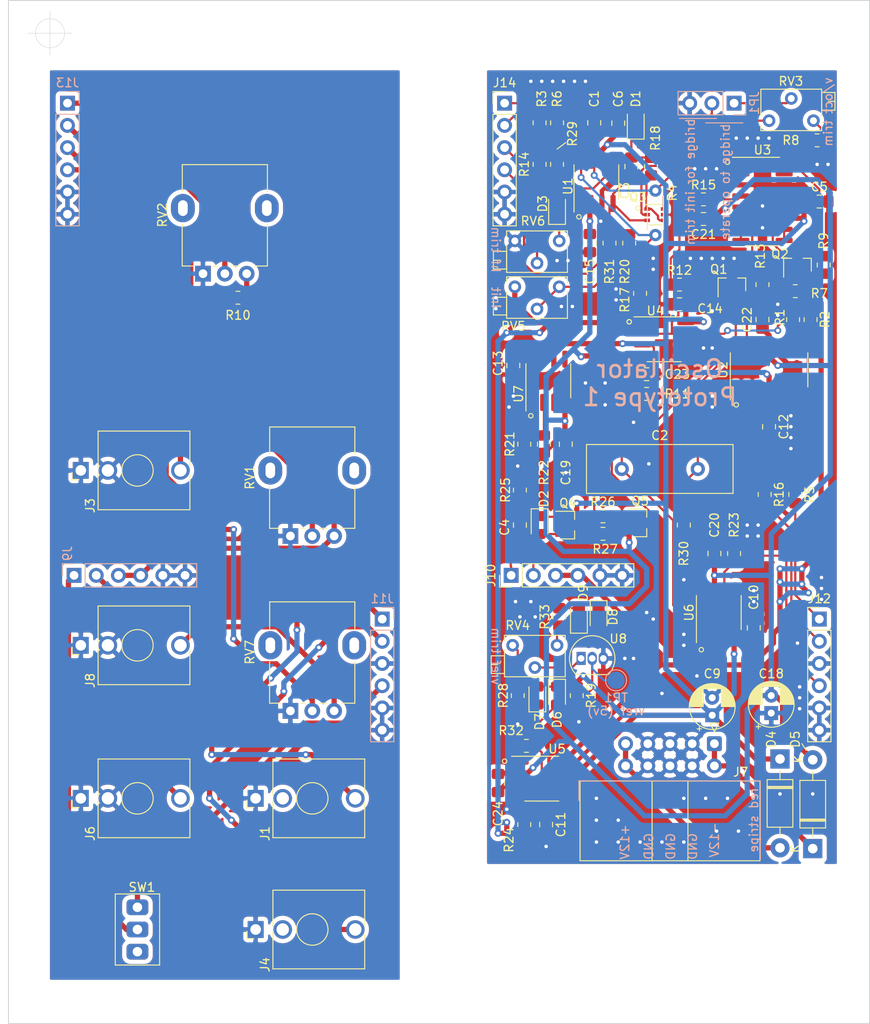
<source format=kicad_pcb>
(kicad_pcb (version 20171130) (host pcbnew 5.1.8)
  (layers (0 F.Cu signal) (31 B.Cu signal) (34 B.Paste user) (35 F.Paste user) (36 B.SilkS user) (37 F.SilkS user) (38 B.Mask user) (39 F.Mask user) (44 Edge.Cuts user))
  (net 0 "")
  (net 1 "Net-(C1-Pad2)")
  (net 2 "Net-(C1-Pad1)")
  (net 3 /TC_b)
  (net 4 /TC_a)
  (net 5 "Net-(C3-Pad2)")
  (net 6 "Net-(C3-Pad1)")
  (net 7 +5V)
  (net 8 GND)
  (net 9 +12V)
  (net 10 -5V)
  (net 11 -12V)
  (net 12 "Net-(D2-Pad2)")
  (net 13 "Net-(D3-Pad1)")
  (net 14 "Net-(D4-Pad2)")
  (net 15 "Net-(D5-Pad1)")
  (net 16 "Net-(J1-PadTN)")
  (net 17 "Net-(J4-PadTN)")
  (net 18 "Net-(J8-PadT)")
  (net 19 "Net-(JP1-Pad1)")
  (net 20 "Net-(JP1-Pad2)")
  (net 21 "Net-(Q1-Pad2)")
  (net 22 "Net-(Q2-Pad2)")
  (net 23 "Net-(Q2-Pad3)")
  (net 24 "Net-(Q3-Pad1)")
  (net 25 "Net-(Q3-Pad6)")
  (net 26 /soft_sync_pull_down)
  (net 27 "Net-(Q5-Pad1)")
  (net 28 "Net-(R1-Pad1)")
  (net 29 "Net-(R1-Pad2)")
  (net 30 "Net-(R2-Pad2)")
  (net 31 "Net-(R8-Pad2)")
  (net 32 "Net-(R12-Pad1)")
  (net 33 "Net-(R16-Pad1)")
  (net 34 "Net-(R20-Pad2)")
  (net 35 "Net-(R21-Pad2)")
  (net 36 "Net-(R29-Pad1)")
  (net 37 "Net-(R30-Pad2)")
  (net 38 "Net-(SW1-Pad3)")
  (net 39 "Net-(U3-Pad2)")
  (net 40 "Net-(U3-Pad15)")
  (net 41 "Net-(U4-Pad6)")
  (net 42 "Net-(U4-Pad5)")
  (net 43 "Net-(U6-Pad2)")
  (net 44 "Net-(U7-Pad5)")
  (net 45 "Net-(U7-Pad6)")
  (net 46 "Net-(C4-Pad1)")
  (net 47 "Net-(U2-Pad6)")
  (net 48 sync_m)
  (net 49 saw_f)
  (net 50 GND_f)
  (net 51 lin_fm_f)
  (net 52 v_per_oct_f)
  (net 53 coarse_f)
  (net 54 fine_f)
  (net 55 tri_f)
  (net 56 fine_m)
  (net 57 coarse_m)
  (net 58 v_per_oct_m)
  (net 59 lin_fm_m)
  (net 60 sync_f)
  (net 61 switch_b_m)
  (net 62 switch_a_m)
  (net 63 saw_m)
  (net 64 tri_m)
  (net 65 switch_a_f)
  (net 66 switch_b_f)
  (net 67 "Net-(R10-Pad2)")
  (net 68 "Net-(D6-Pad1)")
  (net 69 "Net-(D6-Pad2)")
  (net 70 "Net-(D7-Pad1)")
  (net 71 "Net-(D8-Pad2)")
  (net 72 "Net-(D9-Pad2)")
  (net 73 5V_f)
  (net 74 "Net-(R24-Pad1)")
  (net 75 "Net-(R28-Pad2)")
  (net 76 "Net-(R33-Pad1)")
  (net 77 "Net-(RV4-Pad2)")
  (net 78 "Net-(U3-Pad7)")
  (net 79 "Net-(U3-Pad10)")
  (module ljwall-kicad-footprints:Cornell-Dubilier_CD15_Mica_Capacitor_L16.5mm_T5.6mm_P8.7mm (layer F.Cu) (at 114.75 84.75)
    (fp_text reference C2 (at 0 1.25) (layer F.SilkS))
    (fp_text value "1n Mica")
    (pad 1 thru_hole circle (at -4.35 5.08) (size 1.624 1.624) (drill 0.862) (layers *.Cu *.Mask) (net 3 /TC_b))
    (pad 2 thru_hole circle (at 4.35 5.08) (size 1.624 1.624) (drill 0.862) (layers *.Cu *.Mask) (net 4 /TC_a))
  )
  (module Capacitor_THT:CP_Radial_D5.0mm_P2.00mm (layer F.Cu) (at 120.75 118 90)
    (fp_text reference C9 (at 4.75 0 180) (layer F.SilkS))
    (fp_text value 4u7)
    (pad 2 thru_hole circle (at 2 0 90) (size 1.6 1.6) (drill 0.8) (layers *.Cu *.Mask) (net 8 GND))
    (pad 1 thru_hole rect (at 0 0 90) (size 1.6 1.6) (drill 0.8) (layers *.Cu *.Mask) (net 9 +12V))
  )
  (module Capacitor_THT:CP_Radial_D5.0mm_P2.00mm (layer F.Cu) (at 127.5 117.75 90)
    (fp_text reference C18 (at 4.5 0 180) (layer F.SilkS))
    (fp_text value 4u7)
    (pad 1 thru_hole rect (at 0 0 90) (size 1.6 1.6) (drill 0.8) (layers *.Cu *.Mask) (net 8 GND))
    (pad 2 thru_hole circle (at 2 0 90) (size 1.6 1.6) (drill 0.8) (layers *.Cu *.Mask) (net 11 -12V))
  )
  (module Diode_THT:D_DO-41_SOD81_P10.16mm_Horizontal (layer F.Cu) (at 128.5 123 270)
    (fp_text reference D4 (at -2.25 1 90) (layer F.SilkS))
    (fp_text value 1N5818)
    (fp_text user K (at 0 -2.1 90) (layer F.SilkS))
    (pad 2 thru_hole oval (at 10.16 0 270) (size 2.2 2.2) (drill 1.1) (layers *.Cu *.Mask) (net 14 "Net-(D4-Pad2)"))
    (pad 1 thru_hole rect (at 0 0 270) (size 2.2 2.2) (drill 1.1) (layers *.Cu *.Mask) (net 9 +12V))
  )
  (module Diode_THT:D_DO-41_SOD81_P10.16mm_Horizontal (layer F.Cu) (at 132.25 133.25 90)
    (fp_text reference D5 (at 12.5 -2 90) (layer F.SilkS))
    (fp_text value 1N5818)
    (fp_text user K (at 0 -2.1 90) (layer F.SilkS))
    (pad 1 thru_hole rect (at 0 0 90) (size 2.2 2.2) (drill 1.1) (layers *.Cu *.Mask) (net 15 "Net-(D5-Pad1)"))
    (pad 2 thru_hole oval (at 10.16 0 90) (size 2.2 2.2) (drill 1.1) (layers *.Cu *.Mask) (net 11 -12V))
  )
  (module kicad_libraries:Jack_3.5mm_QingPu_WQP-PJ398SM_Vertical_CircularHoles-translated (layer F.Cu) (at 75 127.5 90)
    (fp_text reference J1 (at -4.03 -5.4 270) (layer F.SilkS))
    (fp_text value "shark fin")
    (pad T thru_hole circle (at 0 4.92 270) (size 2.13 2.13) (drill 1.43) (layers *.Cu *.Mask) (net 49 saw_f))
    (pad S thru_hole rect (at 0 -6.48 270) (size 1.93 1.83) (drill 1.22) (layers *.Cu *.Mask) (net 50 GND_f))
    (pad TN thru_hole circle (at 0 -3.38 270) (size 2.13 2.13) (drill 1.42) (layers *.Cu *.Mask) (net 16 "Net-(J1-PadTN)"))
  )
  (module kicad_libraries:Jack_3.5mm_QingPu_WQP-PJ398SM_Vertical_CircularHoles-translated (layer F.Cu) (at 55 90 90)
    (fp_text reference J3 (at -4.03 -5.4 270) (layer F.SilkS))
    (fp_text value 1v/oct)
    (pad TN thru_hole circle (at 0 -3.38 270) (size 2.13 2.13) (drill 1.42) (layers *.Cu *.Mask) (net 50 GND_f))
    (pad S thru_hole rect (at 0 -6.48 270) (size 1.93 1.83) (drill 1.22) (layers *.Cu *.Mask) (net 50 GND_f))
    (pad T thru_hole circle (at 0 4.92 270) (size 2.13 2.13) (drill 1.43) (layers *.Cu *.Mask) (net 52 v_per_oct_f))
  )
  (module kicad_libraries:Jack_3.5mm_QingPu_WQP-PJ398SM_Vertical_CircularHoles-translated (layer F.Cu) (at 75 142.5 90)
    (fp_text reference J4 (at -4.03 -5.4 270) (layer F.SilkS))
    (fp_text value Triangle)
    (pad T thru_hole circle (at 0 4.92 270) (size 2.13 2.13) (drill 1.43) (layers *.Cu *.Mask) (net 55 tri_f))
    (pad S thru_hole rect (at 0 -6.48 270) (size 1.93 1.83) (drill 1.22) (layers *.Cu *.Mask) (net 50 GND_f))
    (pad TN thru_hole circle (at 0 -3.38 270) (size 2.13 2.13) (drill 1.42) (layers *.Cu *.Mask) (net 17 "Net-(J4-PadTN)"))
  )
  (module kicad_libraries:Jack_3.5mm_QingPu_WQP-PJ398SM_Vertical_CircularHoles-translated (layer F.Cu) (at 55 127.5 90)
    (fp_text reference J6 (at -4.03 -5.4 270) (layer F.SilkS))
    (fp_text value Sync)
    (pad TN thru_hole circle (at 0 -3.38 270) (size 2.13 2.13) (drill 1.42) (layers *.Cu *.Mask) (net 50 GND_f))
    (pad S thru_hole rect (at 0 -6.48 270) (size 1.93 1.83) (drill 1.22) (layers *.Cu *.Mask) (net 50 GND_f))
    (pad T thru_hole circle (at 0 4.92 270) (size 2.13 2.13) (drill 1.43) (layers *.Cu *.Mask) (net 60 sync_f))
  )
  (module kicad_libraries:Jack_3.5mm_QingPu_WQP-PJ398SM_Vertical_CircularHoles-translated (layer F.Cu) (at 55 110 90)
    (fp_text reference J8 (at -4.03 -5.4 270) (layer F.SilkS))
    (fp_text value "Linear FM")
    (pad T thru_hole circle (at 0 4.92 270) (size 2.13 2.13) (drill 1.43) (layers *.Cu *.Mask) (net 18 "Net-(J8-PadT)"))
    (pad S thru_hole rect (at 0 -6.48 270) (size 1.93 1.83) (drill 1.22) (layers *.Cu *.Mask) (net 50 GND_f))
    (pad TN thru_hole circle (at 0 -3.38 270) (size 2.13 2.13) (drill 1.42) (layers *.Cu *.Mask) (net 50 GND_f))
  )
  (module Connector_PinHeader_2.54mm:PinHeader_1x03_P2.54mm_Vertical (layer B.Cu) (at 123.25 48 90)
    (fp_text reference JP1 (at 0 2.33 90) (layer B.SilkS) (effects (justify mirror)))
    (fp_text value Jumper_NC_Dual)
    (pad 1 thru_hole rect (at 0 0 90) (size 1.7 1.7) (drill 1) (layers *.Cu *.Mask) (net 19 "Net-(JP1-Pad1)"))
    (pad 2 thru_hole oval (at 0 -2.54 90) (size 1.7 1.7) (drill 1) (layers *.Cu *.Mask) (net 20 "Net-(JP1-Pad2)"))
    (pad 3 thru_hole oval (at 0 -5.08 90) (size 1.7 1.7) (drill 1) (layers *.Cu *.Mask) (net 8 GND))
  )
  (module Package_TO_SOT_SMD:SOT-23 (layer F.Cu) (at 123 68.75 90)
    (fp_text reference Q1 (at 1.75 -1.5 180) (layer F.SilkS))
    (fp_text value MMBT3904)
    (pad 3 smd rect (at 1 0 90) (size 0.9 0.8) (layers F.Cu F.Paste F.Mask) (net 9 +12V))
    (pad 2 smd rect (at -1 0.95 90) (size 0.9 0.8) (layers F.Cu F.Paste F.Mask) (net 21 "Net-(Q1-Pad2)"))
    (pad 1 smd rect (at -1 -0.95 90) (size 0.9 0.8) (layers F.Cu F.Paste F.Mask) (net 3 /TC_b))
  )
  (module Package_TO_SOT_SMD:SOT-23 (layer F.Cu) (at 130.5 66.5 90)
    (fp_text reference Q2 (at 1.25 -2) (layer F.SilkS))
    (fp_text value MMBT3906)
    (pad 1 smd rect (at -1 -0.95 90) (size 0.9 0.8) (layers F.Cu F.Paste F.Mask) (net 21 "Net-(Q1-Pad2)"))
    (pad 2 smd rect (at -1 0.95 90) (size 0.9 0.8) (layers F.Cu F.Paste F.Mask) (net 22 "Net-(Q2-Pad2)"))
    (pad 3 smd rect (at 1 0 90) (size 0.9 0.8) (layers F.Cu F.Paste F.Mask) (net 23 "Net-(Q2-Pad3)"))
  )
  (module Package_TO_SOT_SMD:SOT-363_SC-70-6 (layer F.Cu) (at 114.25 60.75)
    (fp_text reference Q3 (at -2 -2 180) (layer F.SilkS))
    (fp_text value BC857BS)
    (pad 1 smd rect (at -0.95 -0.65) (size 0.65 0.4) (layers F.Cu F.Paste F.Mask) (net 24 "Net-(Q3-Pad1)"))
    (pad 3 smd rect (at -0.95 0.65) (size 0.65 0.4) (layers F.Cu F.Paste F.Mask) (net 5 "Net-(C3-Pad2)"))
    (pad 5 smd rect (at 0.95 0) (size 0.65 0.4) (layers F.Cu F.Paste F.Mask) (net 8 GND))
    (pad 2 smd rect (at -0.95 0) (size 0.65 0.4) (layers F.Cu F.Paste F.Mask) (net 20 "Net-(JP1-Pad2)"))
    (pad 4 smd rect (at 0.95 0.65) (size 0.65 0.4) (layers F.Cu F.Paste F.Mask) (net 24 "Net-(Q3-Pad1)"))
    (pad 6 smd rect (at 0.95 -0.65) (size 0.65 0.4) (layers F.Cu F.Paste F.Mask) (net 25 "Net-(Q3-Pad6)"))
  )
  (module Package_TO_SOT_SMD:SOT-23 (layer F.Cu) (at 104.25 96.25)
    (fp_text reference Q4 (at 0 -2.5) (layer F.SilkS))
    (fp_text value MMBT3904)
    (pad 1 smd rect (at -1 -0.95) (size 0.9 0.8) (layers F.Cu F.Paste F.Mask) (net 46 "Net-(C4-Pad1)"))
    (pad 2 smd rect (at -1 0.95) (size 0.9 0.8) (layers F.Cu F.Paste F.Mask) (net 12 "Net-(D2-Pad2)"))
    (pad 3 smd rect (at 1 0) (size 0.9 0.8) (layers F.Cu F.Paste F.Mask) (net 9 +12V))
  )
  (module Package_TO_SOT_SMD:SOT-23 (layer F.Cu) (at 112.5 96)
    (fp_text reference Q5 (at 0 -2.5) (layer F.SilkS))
    (fp_text value MMBT3904)
    (pad 3 smd rect (at 1 0) (size 0.9 0.8) (layers F.Cu F.Paste F.Mask) (net 26 /soft_sync_pull_down))
    (pad 2 smd rect (at -1 0.95) (size 0.9 0.8) (layers F.Cu F.Paste F.Mask) (net 11 -12V))
    (pad 1 smd rect (at -1 -0.95) (size 0.9 0.8) (layers F.Cu F.Paste F.Mask) (net 27 "Net-(Q5-Pad1)"))
  )
  (module kicad_libraries:Potentiometer_Alpha_RD901F-40-00D_Single_Vertical-translated (layer F.Cu) (at 75 90 90)
    (fp_text reference RV1 (at -0.79 -7.14 270) (layer F.SilkS))
    (fp_text value 50k)
    (pad "" thru_hole oval (at 0 -4.8 180) (size 2.72 3.24) (drill oval 1.1 1.8) (layers *.Cu *.Mask))
    (pad "" thru_hole oval (at 0 4.8 180) (size 2.72 3.24) (drill oval 1.1 1.8) (layers *.Cu *.Mask))
    (pad 3 thru_hole circle (at -7.5 2.5 180) (size 1.8 1.8) (drill 1) (layers *.Cu *.Mask) (net 73 5V_f))
    (pad 2 thru_hole circle (at -7.5 0 180) (size 1.8 1.8) (drill 1) (layers *.Cu *.Mask) (net 53 coarse_f))
    (pad 1 thru_hole rect (at -7.5 -2.5 180) (size 1.8 1.8) (drill 1) (layers *.Cu *.Mask) (net 50 GND_f))
  )
  (module kicad_libraries:Potentiometer_Alpha_RD901F-40-00D_Single_Vertical-translated (layer F.Cu) (at 65 60 90)
    (fp_text reference RV2 (at -0.79 -7.14 270) (layer F.SilkS))
    (fp_text value 50k)
    (pad 1 thru_hole rect (at -7.5 -2.5 180) (size 1.8 1.8) (drill 1) (layers *.Cu *.Mask) (net 50 GND_f))
    (pad 2 thru_hole circle (at -7.5 0 180) (size 1.8 1.8) (drill 1) (layers *.Cu *.Mask) (net 54 fine_f))
    (pad 3 thru_hole circle (at -7.5 2.5 180) (size 1.8 1.8) (drill 1) (layers *.Cu *.Mask) (net 67 "Net-(R10-Pad2)"))
    (pad "" thru_hole oval (at 0 4.8 180) (size 2.72 3.24) (drill oval 1.1 1.8) (layers *.Cu *.Mask))
    (pad "" thru_hole oval (at 0 -4.8 180) (size 2.72 3.24) (drill oval 1.1 1.8) (layers *.Cu *.Mask))
  )
  (module Potentiometer_THT:Potentiometer_Bourns_3266X_Horizontal (layer F.Cu) (at 127.25 50 180)
    (fp_text reference RV3 (at -2.5 4.5) (layer F.SilkS))
    (fp_text value R_POT_TRIM_US)
    (pad 1 thru_hole circle (at 0 0 180) (size 1.44 1.44) (drill 0.8) (layers *.Cu *.Mask) (net 2 "Net-(C1-Pad1)"))
    (pad 2 thru_hole circle (at -2.54 2.54 180) (size 1.44 1.44) (drill 0.8) (layers *.Cu *.Mask) (net 19 "Net-(JP1-Pad1)"))
    (pad 3 thru_hole circle (at -5.08 0 180) (size 1.44 1.44) (drill 0.8) (layers *.Cu *.Mask) (net 31 "Net-(R8-Pad2)"))
  )
  (module Potentiometer_THT:Potentiometer_Bourns_3266X_Horizontal (layer F.Cu) (at 103.25 69)
    (fp_text reference RV5 (at -5.25 4.5) (layer F.SilkS))
    (fp_text value R_POT_TRIM_US)
    (pad 1 thru_hole circle (at 0 0) (size 1.44 1.44) (drill 0.8) (layers *.Cu *.Mask) (net 34 "Net-(R20-Pad2)"))
    (pad 2 thru_hole circle (at -2.54 2.54) (size 1.44 1.44) (drill 0.8) (layers *.Cu *.Mask) (net 34 "Net-(R20-Pad2)"))
    (pad 3 thru_hole circle (at -5.08 0) (size 1.44 1.44) (drill 0.8) (layers *.Cu *.Mask) (net 10 -5V))
  )
  (module Potentiometer_THT:Potentiometer_Bourns_3266X_Horizontal (layer F.Cu) (at 103.25 63.75)
    (fp_text reference RV6 (at -3 -2.27) (layer F.SilkS))
    (fp_text value R_POT_TRIM_US)
    (pad 3 thru_hole circle (at -5.08 0) (size 1.44 1.44) (drill 0.8) (layers *.Cu *.Mask) (net 8 GND))
    (pad 2 thru_hole circle (at -2.54 2.54) (size 1.44 1.44) (drill 0.8) (layers *.Cu *.Mask) (net 36 "Net-(R29-Pad1)"))
    (pad 1 thru_hole circle (at 0 0) (size 1.44 1.44) (drill 0.8) (layers *.Cu *.Mask) (net 13 "Net-(D3-Pad1)"))
  )
  (module kicad_libraries:Potentiometer_Alpha_RD901F-40-00D_Single_Vertical-translated (layer F.Cu) (at 75 110 90)
    (fp_text reference RV7 (at -0.79 -7.14 270) (layer F.SilkS))
    (fp_text value B100k)
    (pad 1 thru_hole rect (at -7.5 -2.5 180) (size 1.8 1.8) (drill 1) (layers *.Cu *.Mask) (net 50 GND_f))
    (pad 2 thru_hole circle (at -7.5 0 180) (size 1.8 1.8) (drill 1) (layers *.Cu *.Mask) (net 51 lin_fm_f))
    (pad 3 thru_hole circle (at -7.5 2.5 180) (size 1.8 1.8) (drill 1) (layers *.Cu *.Mask) (net 18 "Net-(J8-PadT)"))
    (pad "" thru_hole oval (at 0 4.8 180) (size 2.72 3.24) (drill oval 1.1 1.8) (layers *.Cu *.Mask))
    (pad "" thru_hole oval (at 0 -4.8 180) (size 2.72 3.24) (drill oval 1.1 1.8) (layers *.Cu *.Mask))
  )
  (module ljwall-kicad-footprints:Dailywell_sub-mini_toggle_SPDT (layer F.Cu) (at 55 142.5)
    (fp_text reference SW1 (at 0.508 -4.834) (layer F.SilkS))
    (fp_text value "Sync Mode")
    (pad 1 thru_hole roundrect (at 0 -2.54) (size 2.5 1.8) (drill 1.09) (layers *.Cu *.Mask) (net 66 switch_b_f))
    (pad 2 thru_hole roundrect (at 0 0) (size 2.5 1.8) (drill 1.09) (layers *.Cu *.Mask) (net 65 switch_a_f))
    (pad 3 thru_hole roundrect (at 0 2.54) (size 2.5 1.8) (drill 1.09) (layers *.Cu *.Mask) (net 38 "Net-(SW1-Pad3)"))
  )
  (module Package_SO:SOIC-14_3.9x8.7mm_P1.27mm (layer F.Cu) (at 127.25 78.5 90)
    (fp_text reference U2 (at 0 -5.28 90) (layer F.SilkS))
    (fp_text value TL074)
    (pad 1 smd roundrect (at -2.475 -3.81 90) (size 1.95 0.6) (layers F.Cu F.Paste F.Mask) (net 33 "Net-(R16-Pad1)"))
    (pad 2 smd roundrect (at -2.475 -2.54 90) (size 1.95 0.6) (layers F.Cu F.Paste F.Mask) (net 33 "Net-(R16-Pad1)"))
    (pad 3 smd roundrect (at -2.475 -1.27 90) (size 1.95 0.6) (layers F.Cu F.Paste F.Mask) (net 3 /TC_b))
    (pad 4 smd roundrect (at -2.475 0 90) (size 1.95 0.6) (layers F.Cu F.Paste F.Mask) (net 9 +12V))
    (pad 5 smd roundrect (at -2.475 1.27 90) (size 1.95 0.6) (layers F.Cu F.Paste F.Mask) (net 8 GND))
    (pad 6 smd roundrect (at -2.475 2.54 90) (size 1.95 0.6) (layers F.Cu F.Paste F.Mask) (net 47 "Net-(U2-Pad6)"))
    (pad 7 smd roundrect (at -2.475 3.81 90) (size 1.95 0.6) (layers F.Cu F.Paste F.Mask) (net 47 "Net-(U2-Pad6)"))
    (pad 8 smd roundrect (at 2.475 3.81 90) (size 1.95 0.6) (layers F.Cu F.Paste F.Mask) (net 30 "Net-(R2-Pad2)"))
    (pad 9 smd roundrect (at 2.475 2.54 90) (size 1.95 0.6) (layers F.Cu F.Paste F.Mask) (net 29 "Net-(R1-Pad2)"))
    (pad 10 smd roundrect (at 2.475 1.27 90) (size 1.95 0.6) (layers F.Cu F.Paste F.Mask) (net 8 GND))
    (pad 11 smd roundrect (at 2.475 0 90) (size 1.95 0.6) (layers F.Cu F.Paste F.Mask) (net 11 -12V))
    (pad 12 smd roundrect (at 2.475 -1.27 90) (size 1.95 0.6) (layers F.Cu F.Paste F.Mask) (net 8 GND))
    (pad 13 smd roundrect (at 2.475 -2.54 90) (size 1.95 0.6) (layers F.Cu F.Paste F.Mask) (net 4 /TC_a))
    (pad 14 smd roundrect (at 2.475 -3.81 90) (size 1.95 0.6) (layers F.Cu F.Paste F.Mask) (net 3 /TC_b))
  )
  (module Package_SO:SOIC-16_3.9x9.9mm_P1.27mm (layer F.Cu) (at 126.5 59.25)
    (fp_text reference U3 (at 0 -5.9) (layer F.SilkS))
    (fp_text value LM13700)
    (pad 1 smd roundrect (at -2.475 -4.445) (size 1.95 0.6) (layers F.Cu F.Paste F.Mask) (net 25 "Net-(Q3-Pad6)"))
    (pad 2 smd roundrect (at -2.475 -3.175) (size 1.95 0.6) (layers F.Cu F.Paste F.Mask) (net 39 "Net-(U3-Pad2)"))
    (pad 3 smd roundrect (at -2.475 -1.905) (size 1.95 0.6) (layers F.Cu F.Paste F.Mask) (net 8 GND))
    (pad 4 smd roundrect (at -2.475 -0.635) (size 1.95 0.6) (layers F.Cu F.Paste F.Mask) (net 32 "Net-(R12-Pad1)"))
    (pad 5 smd roundrect (at -2.475 0.635) (size 1.95 0.6) (layers F.Cu F.Paste F.Mask) (net 4 /TC_a))
    (pad 6 smd roundrect (at -2.475 1.905) (size 1.95 0.6) (layers F.Cu F.Paste F.Mask) (net 11 -12V))
    (pad 7 smd roundrect (at -2.475 3.175) (size 1.95 0.6) (layers F.Cu F.Paste F.Mask) (net 78 "Net-(U3-Pad7)"))
    (pad 8 smd roundrect (at -2.475 4.445) (size 1.95 0.6) (layers F.Cu F.Paste F.Mask) (net 78 "Net-(U3-Pad7)"))
    (pad 9 smd roundrect (at 2.475 4.445) (size 1.95 0.6) (layers F.Cu F.Paste F.Mask) (net 79 "Net-(U3-Pad10)"))
    (pad 10 smd roundrect (at 2.475 3.175) (size 1.95 0.6) (layers F.Cu F.Paste F.Mask) (net 79 "Net-(U3-Pad10)"))
    (pad 11 smd roundrect (at 2.475 1.905) (size 1.95 0.6) (layers F.Cu F.Paste F.Mask) (net 9 +12V))
    (pad 12 smd roundrect (at 2.475 0.635) (size 1.95 0.6) (layers F.Cu F.Paste F.Mask) (net 29 "Net-(R1-Pad2)"))
    (pad 13 smd roundrect (at 2.475 -0.635) (size 1.95 0.6) (layers F.Cu F.Paste F.Mask) (net 32 "Net-(R12-Pad1)"))
    (pad 14 smd roundrect (at 2.475 -1.905) (size 1.95 0.6) (layers F.Cu F.Paste F.Mask) (net 8 GND))
    (pad 15 smd roundrect (at 2.475 -3.175) (size 1.95 0.6) (layers F.Cu F.Paste F.Mask) (net 40 "Net-(U3-Pad15)"))
    (pad 16 smd roundrect (at 2.475 -4.445) (size 1.95 0.6) (layers F.Cu F.Paste F.Mask) (net 23 "Net-(Q2-Pad3)"))
  )
  (module Package_SO:SOIC-8_3.9x4.9mm_P1.27mm (layer F.Cu) (at 115.25 75)
    (fp_text reference U4 (at -1 -3.25) (layer F.SilkS))
    (fp_text value LM311)
    (pad 8 smd roundrect (at 2.475 -1.905) (size 1.95 0.6) (layers F.Cu F.Paste F.Mask) (net 9 +12V))
    (pad 7 smd roundrect (at 2.475 -0.635) (size 1.95 0.6) (layers F.Cu F.Paste F.Mask) (net 28 "Net-(R1-Pad1)"))
    (pad 6 smd roundrect (at 2.475 0.635) (size 1.95 0.6) (layers F.Cu F.Paste F.Mask) (net 41 "Net-(U4-Pad6)"))
    (pad 5 smd roundrect (at 2.475 1.905) (size 1.95 0.6) (layers F.Cu F.Paste F.Mask) (net 42 "Net-(U4-Pad5)"))
    (pad 4 smd roundrect (at -2.475 1.905) (size 1.95 0.6) (layers F.Cu F.Paste F.Mask) (net 11 -12V))
    (pad 3 smd roundrect (at -2.475 0.635) (size 1.95 0.6) (layers F.Cu F.Paste F.Mask) (net 26 /soft_sync_pull_down))
    (pad 2 smd roundrect (at -2.475 -0.635) (size 1.95 0.6) (layers F.Cu F.Paste F.Mask) (net 28 "Net-(R1-Pad1)"))
    (pad 1 smd roundrect (at -2.475 -1.905) (size 1.95 0.6) (layers F.Cu F.Paste F.Mask) (net 10 -5V))
  )
  (module Package_SO:SOIC-8_3.9x4.9mm_P1.27mm (layer F.Cu) (at 121.5 106.25 90)
    (fp_text reference U6 (at 0 -3.4 90) (layer F.SilkS))
    (fp_text value DG418)
    (pad 1 smd roundrect (at -2.475 -1.905 90) (size 1.95 0.6) (layers F.Cu F.Paste F.Mask) (net 3 /TC_b))
    (pad 2 smd roundrect (at -2.475 -0.635 90) (size 1.95 0.6) (layers F.Cu F.Paste F.Mask) (net 43 "Net-(U6-Pad2)"))
    (pad 3 smd roundrect (at -2.475 0.635 90) (size 1.95 0.6) (layers F.Cu F.Paste F.Mask) (net 8 GND))
    (pad 4 smd roundrect (at -2.475 1.905 90) (size 1.95 0.6) (layers F.Cu F.Paste F.Mask) (net 9 +12V))
    (pad 5 smd roundrect (at 2.475 1.905 90) (size 1.95 0.6) (layers F.Cu F.Paste F.Mask) (net 9 +12V))
    (pad 6 smd roundrect (at 2.475 0.635 90) (size 1.95 0.6) (layers F.Cu F.Paste F.Mask) (net 61 switch_b_m))
    (pad 7 smd roundrect (at 2.475 -0.635 90) (size 1.95 0.6) (layers F.Cu F.Paste F.Mask) (net 11 -12V))
    (pad 8 smd roundrect (at 2.475 -1.905 90) (size 1.95 0.6) (layers F.Cu F.Paste F.Mask) (net 37 "Net-(R30-Pad2)"))
  )
  (module Package_SO:SOIC-8_3.9x4.9mm_P1.27mm (layer F.Cu) (at 102 79.75 90)
    (fp_text reference U7 (at -1.5 -3.4 90) (layer F.SilkS))
    (fp_text value LM311)
    (pad 1 smd roundrect (at -2.475 -1.905 90) (size 1.95 0.6) (layers F.Cu F.Paste F.Mask) (net 62 switch_a_m))
    (pad 2 smd roundrect (at -2.475 -0.635 90) (size 1.95 0.6) (layers F.Cu F.Paste F.Mask) (net 35 "Net-(R21-Pad2)"))
    (pad 3 smd roundrect (at -2.475 0.635 90) (size 1.95 0.6) (layers F.Cu F.Paste F.Mask) (net 12 "Net-(D2-Pad2)"))
    (pad 4 smd roundrect (at -2.475 1.905 90) (size 1.95 0.6) (layers F.Cu F.Paste F.Mask) (net 11 -12V))
    (pad 5 smd roundrect (at 2.475 1.905 90) (size 1.95 0.6) (layers F.Cu F.Paste F.Mask) (net 44 "Net-(U7-Pad5)"))
    (pad 6 smd roundrect (at 2.475 0.635 90) (size 1.95 0.6) (layers F.Cu F.Paste F.Mask) (net 45 "Net-(U7-Pad6)"))
    (pad 7 smd roundrect (at 2.475 -0.635 90) (size 1.95 0.6) (layers F.Cu F.Paste F.Mask) (net 9 +12V))
    (pad 8 smd roundrect (at 2.475 -1.905 90) (size 1.95 0.6) (layers F.Cu F.Paste F.Mask) (net 9 +12V))
  )
  (module Capacitor_SMD:C_0805_2012Metric_Pad1.18x1.45mm_HandSolder (layer F.Cu) (at 111.5 55.25 270)
    (fp_text reference C3 (at 2.75 0.75 270) (layer F.SilkS))
    (fp_text value C_Small)
    (pad 1 smd roundrect (at -1.0375 0 270) (size 1.175 1.45) (layers F.Cu F.Paste F.Mask) (roundrect_rratio 0.212766) (net 6 "Net-(C3-Pad1)"))
    (pad 2 smd roundrect (at 1.0375 0 270) (size 1.175 1.45) (layers F.Cu F.Paste F.Mask) (roundrect_rratio 0.212766) (net 5 "Net-(C3-Pad2)"))
  )
  (module Capacitor_SMD:C_0805_2012Metric_Pad1.18x1.45mm_HandSolder (layer F.Cu) (at 98.75 96.25 270)
    (fp_text reference C4 (at 0.25 1.75 90) (layer F.SilkS))
    (fp_text value 22p)
    (pad 2 smd roundrect (at 1.0375 0 270) (size 1.175 1.45) (layers F.Cu F.Paste F.Mask) (roundrect_rratio 0.212766) (net 48 sync_m))
    (pad 1 smd roundrect (at -1.0375 0 270) (size 1.175 1.45) (layers F.Cu F.Paste F.Mask) (roundrect_rratio 0.212766) (net 46 "Net-(C4-Pad1)"))
  )
  (module Capacitor_SMD:C_0805_2012Metric_Pad1.18x1.45mm_HandSolder (layer F.Cu) (at 125.5 108 90)
    (fp_text reference C10 (at 3.5 0 90) (layer F.SilkS))
    (fp_text value 100n)
    (pad 1 smd roundrect (at -1.0375 0 90) (size 1.175 1.45) (layers F.Cu F.Paste F.Mask) (roundrect_rratio 0.212766) (net 9 +12V))
    (pad 2 smd roundrect (at 1.0375 0 90) (size 1.175 1.45) (layers F.Cu F.Paste F.Mask) (roundrect_rratio 0.212766) (net 8 GND))
  )
  (module Capacitor_SMD:C_0805_2012Metric_Pad1.18x1.45mm_HandSolder (layer F.Cu) (at 101.75 130.5 270)
    (fp_text reference C11 (at 0 -1.68 90) (layer F.SilkS))
    (fp_text value 100n)
    (pad 1 smd roundrect (at -1.0375 0 270) (size 1.175 1.45) (layers F.Cu F.Paste F.Mask) (roundrect_rratio 0.212766) (net 9 +12V))
    (pad 2 smd roundrect (at 1.0375 0 270) (size 1.175 1.45) (layers F.Cu F.Paste F.Mask) (roundrect_rratio 0.212766) (net 8 GND))
  )
  (module Capacitor_SMD:C_0805_2012Metric_Pad1.18x1.45mm_HandSolder (layer F.Cu) (at 127.25 85 270)
    (fp_text reference C12 (at 0 -1.68 90) (layer F.SilkS))
    (fp_text value 100n)
    (pad 1 smd roundrect (at -1.0375 0 270) (size 1.175 1.45) (layers F.Cu F.Paste F.Mask) (roundrect_rratio 0.212766) (net 9 +12V))
    (pad 2 smd roundrect (at 1.0375 0 270) (size 1.175 1.45) (layers F.Cu F.Paste F.Mask) (roundrect_rratio 0.212766) (net 8 GND))
  )
  (module Capacitor_SMD:C_0805_2012Metric_Pad1.18x1.45mm_HandSolder (layer F.Cu) (at 98 78 270)
    (fp_text reference C13 (at -0.25 1.75 90) (layer F.SilkS))
    (fp_text value 100n)
    (pad 1 smd roundrect (at -1.0375 0 270) (size 1.175 1.45) (layers F.Cu F.Paste F.Mask) (roundrect_rratio 0.212766) (net 9 +12V))
    (pad 2 smd roundrect (at 1.0375 0 270) (size 1.175 1.45) (layers F.Cu F.Paste F.Mask) (roundrect_rratio 0.212766) (net 8 GND))
  )
  (module Capacitor_SMD:C_0805_2012Metric_Pad1.18x1.45mm_HandSolder (layer F.Cu) (at 117 71 180)
    (fp_text reference C14 (at -3.5 -0.5) (layer F.SilkS))
    (fp_text value 100n)
    (pad 1 smd roundrect (at -1.0375 0 180) (size 1.175 1.45) (layers F.Cu F.Paste F.Mask) (roundrect_rratio 0.212766) (net 9 +12V))
    (pad 2 smd roundrect (at 1.0375 0 180) (size 1.175 1.45) (layers F.Cu F.Paste F.Mask) (roundrect_rratio 0.212766) (net 8 GND))
  )
  (module Capacitor_SMD:C_0805_2012Metric_Pad1.18x1.45mm_HandSolder (layer F.Cu) (at 104 87 90)
    (fp_text reference C19 (at -3.25 0 90) (layer F.SilkS))
    (fp_text value 100n)
    (pad 2 smd roundrect (at 1.0375 0 90) (size 1.175 1.45) (layers F.Cu F.Paste F.Mask) (roundrect_rratio 0.212766) (net 11 -12V))
    (pad 1 smd roundrect (at -1.0375 0 90) (size 1.175 1.45) (layers F.Cu F.Paste F.Mask) (roundrect_rratio 0.212766) (net 8 GND))
  )
  (module Capacitor_SMD:C_0805_2012Metric_Pad1.18x1.45mm_HandSolder (layer F.Cu) (at 121 99.5 270)
    (fp_text reference C20 (at -3.25 0 90) (layer F.SilkS))
    (fp_text value 100n)
    (pad 2 smd roundrect (at 1.0375 0 270) (size 1.175 1.45) (layers F.Cu F.Paste F.Mask) (roundrect_rratio 0.212766) (net 11 -12V))
    (pad 1 smd roundrect (at -1.0375 0 270) (size 1.175 1.45) (layers F.Cu F.Paste F.Mask) (roundrect_rratio 0.212766) (net 8 GND))
  )
  (module Capacitor_SMD:C_0805_2012Metric_Pad1.18x1.45mm_HandSolder (layer F.Cu) (at 119.75 61.25)
    (fp_text reference C21 (at 0 1.75) (layer F.SilkS))
    (fp_text value 100n)
    (pad 2 smd roundrect (at 1.0375 0) (size 1.175 1.45) (layers F.Cu F.Paste F.Mask) (roundrect_rratio 0.212766) (net 11 -12V))
    (pad 1 smd roundrect (at -1.0375 0) (size 1.175 1.45) (layers F.Cu F.Paste F.Mask) (roundrect_rratio 0.212766) (net 8 GND))
  )
  (module Capacitor_SMD:C_0805_2012Metric_Pad1.18x1.45mm_HandSolder (layer F.Cu) (at 126.5 72.75 270)
    (fp_text reference C22 (at 0 1.75 90) (layer F.SilkS))
    (fp_text value 100n)
    (pad 2 smd roundrect (at 1.0375 0 270) (size 1.175 1.45) (layers F.Cu F.Paste F.Mask) (roundrect_rratio 0.212766) (net 11 -12V))
    (pad 1 smd roundrect (at -1.0375 0 270) (size 1.175 1.45) (layers F.Cu F.Paste F.Mask) (roundrect_rratio 0.212766) (net 8 GND))
  )
  (module Capacitor_SMD:C_0805_2012Metric_Pad1.18x1.45mm_HandSolder (layer F.Cu) (at 113.25 79 180)
    (fp_text reference C23 (at -3.5 0) (layer F.SilkS))
    (fp_text value 100n)
    (pad 2 smd roundrect (at 1.0375 0 180) (size 1.175 1.45) (layers F.Cu F.Paste F.Mask) (roundrect_rratio 0.212766) (net 11 -12V))
    (pad 1 smd roundrect (at -1.0375 0 180) (size 1.175 1.45) (layers F.Cu F.Paste F.Mask) (roundrect_rratio 0.212766) (net 8 GND))
  )
  (module Diode_SMD:D_0805_2012Metric_Pad1.15x1.40mm_HandSolder (layer F.Cu) (at 112 50.25 90)
    (fp_text reference D1 (at 2.75 0 90) (layer F.SilkS))
    (fp_text value 1N4148)
    (pad 1 smd roundrect (at -1.025 0 90) (size 1.15 1.4) (layers F.Cu F.Paste F.Mask) (roundrect_rratio 0.217391) (net 6 "Net-(C3-Pad1)"))
    (pad 2 smd roundrect (at 1.025 0 90) (size 1.15 1.4) (layers F.Cu F.Paste F.Mask) (roundrect_rratio 0.217391) (net 8 GND))
  )
  (module Diode_SMD:D_0805_2012Metric_Pad1.15x1.40mm_HandSolder (layer F.Cu) (at 101 96.25 270)
    (fp_text reference D2 (at -3 -0.5 90) (layer F.SilkS))
    (fp_text value 1N4148)
    (pad 2 smd roundrect (at 1.025 0 270) (size 1.15 1.4) (layers F.Cu F.Paste F.Mask) (roundrect_rratio 0.217391) (net 12 "Net-(D2-Pad2)"))
    (pad 1 smd roundrect (at -1.025 0 270) (size 1.15 1.4) (layers F.Cu F.Paste F.Mask) (roundrect_rratio 0.217391) (net 46 "Net-(C4-Pad1)"))
  )
  (module Diode_SMD:D_0805_2012Metric_Pad1.15x1.40mm_HandSolder (layer F.Cu) (at 103 60 90)
    (fp_text reference D3 (at 0.5 -1.65 90) (layer F.SilkS))
    (fp_text value 1N4148)
    (pad 1 smd roundrect (at -1.025 0 90) (size 1.15 1.4) (layers F.Cu F.Paste F.Mask) (roundrect_rratio 0.217391) (net 13 "Net-(D3-Pad1)"))
    (pad 2 smd roundrect (at 1.025 0 90) (size 1.15 1.4) (layers F.Cu F.Paste F.Mask) (roundrect_rratio 0.217391) (net 6 "Net-(C3-Pad1)"))
  )
  (module Resistor_SMD:R_0805_2012Metric_Pad1.20x1.40mm_HandSolder (layer F.Cu) (at 130 72.75 270)
    (fp_text reference R1 (at -0.25 1.5 90) (layer F.SilkS))
    (fp_text value 470k)
    (pad 1 smd roundrect (at -1 0 270) (size 1.2 1.4) (layers F.Cu F.Paste F.Mask) (roundrect_rratio 0.208333) (net 28 "Net-(R1-Pad1)"))
    (pad 2 smd roundrect (at 1 0 270) (size 1.2 1.4) (layers F.Cu F.Paste F.Mask) (roundrect_rratio 0.208333) (net 29 "Net-(R1-Pad2)"))
  )
  (module Resistor_SMD:R_0805_2012Metric_Pad1.20x1.40mm_HandSolder (layer F.Cu) (at 132 72.75 270)
    (fp_text reference R2 (at 0 -1.65 90) (layer F.SilkS))
    (fp_text value 47k)
    (pad 2 smd roundrect (at 1 0 270) (size 1.2 1.4) (layers F.Cu F.Paste F.Mask) (roundrect_rratio 0.208333) (net 30 "Net-(R2-Pad2)"))
    (pad 1 smd roundrect (at -1 0 270) (size 1.2 1.4) (layers F.Cu F.Paste F.Mask) (roundrect_rratio 0.208333) (net 29 "Net-(R1-Pad2)"))
  )
  (module Resistor_SMD:R_0805_2012Metric_Pad1.20x1.40mm_HandSolder (layer F.Cu) (at 101 50.25 90)
    (fp_text reference R3 (at 2.75 0.25 90) (layer F.SilkS))
    (fp_text value 68k)
    (pad 2 smd roundrect (at 1 0 90) (size 1.2 1.4) (layers F.Cu F.Paste F.Mask) (roundrect_rratio 0.208333) (net 57 coarse_m))
    (pad 1 smd roundrect (at -1 0 90) (size 1.2 1.4) (layers F.Cu F.Paste F.Mask) (roundrect_rratio 0.208333) (net 1 "Net-(C1-Pad2)"))
  )
  (module Resistor_THT:R_Axial_DIN0204_L3.6mm_D1.6mm_P5.08mm_Horizontal (layer F.Cu) (at 114.25 58 270)
    (fp_text reference R4 (at 0.25 -1.92 90) (layer F.SilkS))
    (fp_text value "Xk yyy ppm")
    (pad 1 thru_hole circle (at 0 0 270) (size 1.4 1.4) (drill 0.7) (layers *.Cu *.Mask) (net 2 "Net-(C1-Pad1)"))
    (pad 2 thru_hole oval (at 5.08 0 270) (size 1.4 1.4) (drill 0.7) (layers *.Cu *.Mask) (net 1 "Net-(C1-Pad2)"))
  )
  (module Resistor_SMD:R_0805_2012Metric_Pad1.20x1.40mm_HandSolder (layer F.Cu) (at 130.25 92.75 270)
    (fp_text reference R5 (at 0 -1.65 90) (layer F.SilkS))
    (fp_text value 1k)
    (pad 2 smd roundrect (at 1 0 270) (size 1.2 1.4) (layers F.Cu F.Paste F.Mask) (roundrect_rratio 0.208333) (net 63 saw_m))
    (pad 1 smd roundrect (at -1 0 270) (size 1.2 1.4) (layers F.Cu F.Paste F.Mask) (roundrect_rratio 0.208333) (net 30 "Net-(R2-Pad2)"))
  )
  (module Resistor_SMD:R_0805_2012Metric_Pad1.20x1.40mm_HandSolder (layer F.Cu) (at 103 50.25 90)
    (fp_text reference R6 (at 2.75 0 90) (layer F.SilkS))
    (fp_text value 680k)
    (pad 2 smd roundrect (at 1 0 90) (size 1.2 1.4) (layers F.Cu F.Paste F.Mask) (roundrect_rratio 0.208333) (net 56 fine_m))
    (pad 1 smd roundrect (at -1 0 90) (size 1.2 1.4) (layers F.Cu F.Paste F.Mask) (roundrect_rratio 0.208333) (net 1 "Net-(C1-Pad2)"))
  )
  (module Resistor_SMD:R_0805_2012Metric_Pad1.20x1.40mm_HandSolder (layer F.Cu) (at 130.25 69.5)
    (fp_text reference R7 (at 2.75 0.25) (layer F.SilkS))
    (fp_text value 20k)
    (pad 2 smd roundrect (at 1 0) (size 1.2 1.4) (layers F.Cu F.Paste F.Mask) (roundrect_rratio 0.208333) (net 7 +5V))
    (pad 1 smd roundrect (at -1 0) (size 1.2 1.4) (layers F.Cu F.Paste F.Mask) (roundrect_rratio 0.208333) (net 28 "Net-(R1-Pad1)"))
  )
  (module Resistor_SMD:R_0805_2012Metric_Pad1.20x1.40mm_HandSolder (layer F.Cu) (at 132.75 52.25)
    (fp_text reference R8 (at -3 0) (layer F.SilkS))
    (fp_text value R_Small_US)
    (pad 1 smd roundrect (at -1 0) (size 1.2 1.4) (layers F.Cu F.Paste F.Mask) (roundrect_rratio 0.208333) (net 8 GND))
    (pad 2 smd roundrect (at 1 0) (size 1.2 1.4) (layers F.Cu F.Paste F.Mask) (roundrect_rratio 0.208333) (net 31 "Net-(R8-Pad2)"))
  )
  (module Resistor_SMD:R_0805_2012Metric_Pad1.20x1.40mm_HandSolder (layer F.Cu) (at 133.5 66.5 270)
    (fp_text reference R9 (at -2.75 0 90) (layer F.SilkS))
    (fp_text value 100k)
    (pad 1 smd roundrect (at -1 0 270) (size 1.2 1.4) (layers F.Cu F.Paste F.Mask) (roundrect_rratio 0.208333) (net 22 "Net-(Q2-Pad2)"))
    (pad 2 smd roundrect (at 1 0 270) (size 1.2 1.4) (layers F.Cu F.Paste F.Mask) (roundrect_rratio 0.208333) (net 7 +5V))
  )
  (module Resistor_SMD:R_0805_2012Metric_Pad1.20x1.40mm_HandSolder (layer F.Cu) (at 113.25 81.25 180)
    (fp_text reference R11 (at -3.5 0) (layer F.SilkS))
    (fp_text value R_Small_US)
    (pad 1 smd roundrect (at -1 0 180) (size 1.2 1.4) (layers F.Cu F.Paste F.Mask) (roundrect_rratio 0.208333) (net 3 /TC_b))
    (pad 2 smd roundrect (at 1 0 180) (size 1.2 1.4) (layers F.Cu F.Paste F.Mask) (roundrect_rratio 0.208333) (net 26 /soft_sync_pull_down))
  )
  (module Resistor_SMD:R_0805_2012Metric_Pad1.20x1.40mm_HandSolder (layer F.Cu) (at 117 68.75)
    (fp_text reference R12 (at 0 -1.65) (layer F.SilkS))
    (fp_text value 100k)
    (pad 2 smd roundrect (at 1 0) (size 1.2 1.4) (layers F.Cu F.Paste F.Mask) (roundrect_rratio 0.208333) (net 28 "Net-(R1-Pad1)"))
    (pad 1 smd roundrect (at -1 0) (size 1.2 1.4) (layers F.Cu F.Paste F.Mask) (roundrect_rratio 0.208333) (net 32 "Net-(R12-Pad1)"))
  )
  (module Resistor_SMD:R_0805_2012Metric_Pad1.20x1.40mm_HandSolder (layer F.Cu) (at 126.5 68.75 90)
    (fp_text reference R13 (at 3.25 -0.25 90) (layer F.SilkS))
    (fp_text value 47k)
    (pad 2 smd roundrect (at 1 0 90) (size 1.2 1.4) (layers F.Cu F.Paste F.Mask) (roundrect_rratio 0.208333) (net 21 "Net-(Q1-Pad2)"))
    (pad 1 smd roundrect (at -1 0 90) (size 1.2 1.4) (layers F.Cu F.Paste F.Mask) (roundrect_rratio 0.208333) (net 8 GND))
  )
  (module Resistor_SMD:R_0805_2012Metric_Pad1.20x1.40mm_HandSolder (layer F.Cu) (at 101 55 270)
    (fp_text reference R14 (at 0 1.75 90) (layer F.SilkS))
    (fp_text value 100k)
    (pad 1 smd roundrect (at -1 0 270) (size 1.2 1.4) (layers F.Cu F.Paste F.Mask) (roundrect_rratio 0.208333) (net 1 "Net-(C1-Pad2)"))
    (pad 2 smd roundrect (at 1 0 270) (size 1.2 1.4) (layers F.Cu F.Paste F.Mask) (roundrect_rratio 0.208333) (net 58 v_per_oct_m))
  )
  (module Resistor_SMD:R_0805_2012Metric_Pad1.20x1.40mm_HandSolder (layer F.Cu) (at 119.75 59)
    (fp_text reference R15 (at 0 -1.65) (layer F.SilkS))
    (fp_text value 20k)
    (pad 2 smd roundrect (at 1 0) (size 1.2 1.4) (layers F.Cu F.Paste F.Mask) (roundrect_rratio 0.208333) (net 32 "Net-(R12-Pad1)"))
    (pad 1 smd roundrect (at -1 0) (size 1.2 1.4) (layers F.Cu F.Paste F.Mask) (roundrect_rratio 0.208333) (net 8 GND))
  )
  (module Resistor_SMD:R_0805_2012Metric_Pad1.20x1.40mm_HandSolder (layer F.Cu) (at 126.75 92.75 270)
    (fp_text reference R16 (at 0 -1.65 90) (layer F.SilkS))
    (fp_text value 1k)
    (pad 1 smd roundrect (at -1 0 270) (size 1.2 1.4) (layers F.Cu F.Paste F.Mask) (roundrect_rratio 0.208333) (net 33 "Net-(R16-Pad1)"))
    (pad 2 smd roundrect (at 1 0 270) (size 1.2 1.4) (layers F.Cu F.Paste F.Mask) (roundrect_rratio 0.208333) (net 64 tri_m))
  )
  (module Resistor_SMD:R_0805_2012Metric_Pad1.20x1.40mm_HandSolder (layer F.Cu) (at 113.75 55.25 270)
    (fp_text reference R18 (at -3.25 -0.5 90) (layer F.SilkS))
    (fp_text value R_Small_US)
    (pad 2 smd roundrect (at 1 0 270) (size 1.2 1.4) (layers F.Cu F.Paste F.Mask) (roundrect_rratio 0.208333) (net 24 "Net-(Q3-Pad1)"))
    (pad 1 smd roundrect (at -1 0 270) (size 1.2 1.4) (layers F.Cu F.Paste F.Mask) (roundrect_rratio 0.208333) (net 6 "Net-(C3-Pad1)"))
  )
  (module Resistor_SMD:R_0805_2012Metric_Pad1.20x1.40mm_HandSolder (layer F.Cu) (at 111.25 64 270)
    (fp_text reference R20 (at 3.25 0.5 90) (layer F.SilkS))
    (fp_text value R_Small_US)
    (pad 1 smd roundrect (at -1 0 270) (size 1.2 1.4) (layers F.Cu F.Paste F.Mask) (roundrect_rratio 0.208333) (net 5 "Net-(C3-Pad2)"))
    (pad 2 smd roundrect (at 1 0 270) (size 1.2 1.4) (layers F.Cu F.Paste F.Mask) (roundrect_rratio 0.208333) (net 34 "Net-(R20-Pad2)"))
  )
  (module Resistor_SMD:R_0805_2012Metric_Pad1.20x1.40mm_HandSolder (layer F.Cu) (at 99.25 87 90)
    (fp_text reference R21 (at 0 -1.65 90) (layer F.SilkS))
    (fp_text value 20k)
    (pad 1 smd roundrect (at -1 0 90) (size 1.2 1.4) (layers F.Cu F.Paste F.Mask) (roundrect_rratio 0.208333) (net 8 GND))
    (pad 2 smd roundrect (at 1 0 90) (size 1.2 1.4) (layers F.Cu F.Paste F.Mask) (roundrect_rratio 0.208333) (net 35 "Net-(R21-Pad2)"))
  )
  (module Resistor_SMD:R_0805_2012Metric_Pad1.20x1.40mm_HandSolder (layer F.Cu) (at 101.5 87 270)
    (fp_text reference R22 (at 3.25 0 90) (layer F.SilkS))
    (fp_text value 1k)
    (pad 2 smd roundrect (at 1 0 270) (size 1.2 1.4) (layers F.Cu F.Paste F.Mask) (roundrect_rratio 0.208333) (net 11 -12V))
    (pad 1 smd roundrect (at -1 0 270) (size 1.2 1.4) (layers F.Cu F.Paste F.Mask) (roundrect_rratio 0.208333) (net 35 "Net-(R21-Pad2)"))
  )
  (module Resistor_SMD:R_0805_2012Metric_Pad1.20x1.40mm_HandSolder (layer F.Cu) (at 123.25 99.5 90)
    (fp_text reference R23 (at 3.25 0 90) (layer F.SilkS))
    (fp_text value 10k)
    (pad 1 smd roundrect (at -1 0 90) (size 1.2 1.4) (layers F.Cu F.Paste F.Mask) (roundrect_rratio 0.208333) (net 61 switch_b_m))
    (pad 2 smd roundrect (at 1 0 90) (size 1.2 1.4) (layers F.Cu F.Paste F.Mask) (roundrect_rratio 0.208333) (net 8 GND))
  )
  (module Resistor_SMD:R_0805_2012Metric_Pad1.20x1.40mm_HandSolder (layer F.Cu) (at 98.75 92.25 90)
    (fp_text reference R25 (at 0 -1.65 90) (layer F.SilkS))
    (fp_text value 47k)
    (pad 2 smd roundrect (at 1 0 90) (size 1.2 1.4) (layers F.Cu F.Paste F.Mask) (roundrect_rratio 0.208333) (net 11 -12V))
    (pad 1 smd roundrect (at -1 0 90) (size 1.2 1.4) (layers F.Cu F.Paste F.Mask) (roundrect_rratio 0.208333) (net 46 "Net-(C4-Pad1)"))
  )
  (module Resistor_SMD:R_0805_2012Metric_Pad1.20x1.40mm_HandSolder (layer F.Cu) (at 108.25 95.25)
    (fp_text reference R26 (at 0 -1.65) (layer F.SilkS))
    (fp_text value 20k)
    (pad 2 smd roundrect (at 1 0) (size 1.2 1.4) (layers F.Cu F.Paste F.Mask) (roundrect_rratio 0.208333) (net 27 "Net-(Q5-Pad1)"))
    (pad 1 smd roundrect (at -1 0) (size 1.2 1.4) (layers F.Cu F.Paste F.Mask) (roundrect_rratio 0.208333) (net 12 "Net-(D2-Pad2)"))
  )
  (module Resistor_SMD:R_0805_2012Metric_Pad1.20x1.40mm_HandSolder (layer F.Cu) (at 108.25 97.25)
    (fp_text reference R27 (at 0.25 1.75) (layer F.SilkS))
    (fp_text value 100k)
    (pad 1 smd roundrect (at -1 0) (size 1.2 1.4) (layers F.Cu F.Paste F.Mask) (roundrect_rratio 0.208333) (net 12 "Net-(D2-Pad2)"))
    (pad 2 smd roundrect (at 1 0) (size 1.2 1.4) (layers F.Cu F.Paste F.Mask) (roundrect_rratio 0.208333) (net 11 -12V))
  )
  (module Resistor_SMD:R_0805_2012Metric_Pad1.20x1.40mm_HandSolder (layer F.Cu) (at 103 55 90)
    (fp_text reference R29 (at 3.5 1.75 90) (layer F.SilkS))
    (fp_text value R_Small_US)
    (pad 2 smd roundrect (at 1 0 90) (size 1.2 1.4) (layers F.Cu F.Paste F.Mask) (roundrect_rratio 0.208333) (net 1 "Net-(C1-Pad2)"))
    (pad 1 smd roundrect (at -1 0 90) (size 1.2 1.4) (layers F.Cu F.Paste F.Mask) (roundrect_rratio 0.208333) (net 36 "Net-(R29-Pad1)"))
  )
  (module Resistor_SMD:R_0805_2012Metric_Pad1.20x1.40mm_HandSolder (layer F.Cu) (at 117.5 96.25 270)
    (fp_text reference R30 (at 3.25 0 90) (layer F.SilkS))
    (fp_text value R_Small_US)
    (pad 1 smd roundrect (at -1 0 270) (size 1.2 1.4) (layers F.Cu F.Paste F.Mask) (roundrect_rratio 0.208333) (net 4 /TC_a))
    (pad 2 smd roundrect (at 1 0 270) (size 1.2 1.4) (layers F.Cu F.Paste F.Mask) (roundrect_rratio 0.208333) (net 37 "Net-(R30-Pad2)"))
  )
  (module Resistor_SMD:R_0805_2012Metric_Pad1.20x1.40mm_HandSolder (layer F.Cu) (at 109 64 270)
    (fp_text reference R31 (at 3.25 0 90) (layer F.SilkS))
    (fp_text value R_Small_US)
    (pad 1 smd roundrect (at -1 0 270) (size 1.2 1.4) (layers F.Cu F.Paste F.Mask) (roundrect_rratio 0.208333) (net 5 "Net-(C3-Pad2)"))
    (pad 2 smd roundrect (at 1 0 270) (size 1.2 1.4) (layers F.Cu F.Paste F.Mask) (roundrect_rratio 0.208333) (net 59 lin_fm_m))
  )
  (module Resistor_SMD:R_0805_2012Metric_Pad1.20x1.40mm_HandSolder (layer F.Cu) (at 66.5 70.25)
    (fp_text reference R10 (at 0 2) (layer F.SilkS))
    (fp_text value 100k)
    (pad 2 smd roundrect (at 1 0) (size 1.2 1.4) (layers F.Cu F.Paste F.Mask) (roundrect_rratio 0.208333) (net 67 "Net-(R10-Pad2)"))
    (pad 1 smd roundrect (at -1 0) (size 1.2 1.4) (layers F.Cu F.Paste F.Mask) (roundrect_rratio 0.208333) (net 73 5V_f))
  )
  (module Resistor_SMD:R_0805_2012Metric_Pad1.20x1.40mm_HandSolder (layer F.Cu) (at 112.5 69.75 270)
    (fp_text reference R17 (at 0.75 1.75 90) (layer F.SilkS))
    (fp_text value 120k)
    (pad 2 smd roundrect (at 1 0 270) (size 1.2 1.4) (layers F.Cu F.Paste F.Mask) (roundrect_rratio 0.208333) (net 10 -5V))
    (pad 1 smd roundrect (at -1 0 270) (size 1.2 1.4) (layers F.Cu F.Paste F.Mask) (roundrect_rratio 0.208333) (net 1 "Net-(C1-Pad2)"))
  )
  (module Capacitor_SMD:C_0805_2012Metric_Pad1.18x1.45mm_HandSolder (layer F.Cu) (at 133 59.25)
    (fp_text reference C5 (at 0 -1.68) (layer F.SilkS))
    (fp_text value 100n)
    (pad 2 smd roundrect (at 1.0375 0) (size 1.175 1.45) (layers F.Cu F.Paste F.Mask) (roundrect_rratio 0.212766) (net 8 GND))
    (pad 1 smd roundrect (at -1.0375 0) (size 1.175 1.45) (layers F.Cu F.Paste F.Mask) (roundrect_rratio 0.212766) (net 9 +12V))
  )
  (module Capacitor_SMD:C_0805_2012Metric_Pad1.18x1.45mm_HandSolder (layer F.Cu) (at 110 50.2875 90)
    (fp_text reference C6 (at 2.7875 0 90) (layer F.SilkS))
    (fp_text value 100n)
    (pad 2 smd roundrect (at 1.0375 0 90) (size 1.175 1.45) (layers F.Cu F.Paste F.Mask) (roundrect_rratio 0.212766) (net 8 GND))
    (pad 1 smd roundrect (at -1.0375 0 90) (size 1.175 1.45) (layers F.Cu F.Paste F.Mask) (roundrect_rratio 0.212766) (net 9 +12V))
  )
  (module Capacitor_SMD:C_0805_2012Metric_Pad1.18x1.45mm_HandSolder (layer F.Cu) (at 106.75 64 90)
    (fp_text reference C15 (at -3.25 0 90) (layer F.SilkS))
    (fp_text value 100n)
    (pad 1 smd roundrect (at -1.0375 0 90) (size 1.175 1.45) (layers F.Cu F.Paste F.Mask) (roundrect_rratio 0.212766) (net 8 GND))
    (pad 2 smd roundrect (at 1.0375 0 90) (size 1.175 1.45) (layers F.Cu F.Paste F.Mask) (roundrect_rratio 0.212766) (net 11 -12V))
  )
  (module Capacitor_SMD:C_0805_2012Metric_Pad1.18x1.45mm_HandSolder (layer F.Cu) (at 96.25 125.75 90)
    (fp_text reference C24 (at -3.5 0 90) (layer F.SilkS))
    (fp_text value 100n)
    (pad 1 smd roundrect (at -1.0375 0 90) (size 1.175 1.45) (layers F.Cu F.Paste F.Mask) (roundrect_rratio 0.212766) (net 8 GND))
    (pad 2 smd roundrect (at 1.0375 0 90) (size 1.175 1.45) (layers F.Cu F.Paste F.Mask) (roundrect_rratio 0.212766) (net 11 -12V))
  )
  (module Diode_SMD:D_0805_2012Metric_Pad1.15x1.40mm_HandSolder (layer F.Cu) (at 103 115.75 270)
    (fp_text reference D6 (at 2.75 0 90) (layer F.SilkS))
    (fp_text value 1N4148)
    (pad 1 smd roundrect (at -1.025 0 270) (size 1.15 1.4) (layers F.Cu F.Paste F.Mask) (roundrect_rratio 0.217391) (net 68 "Net-(D6-Pad1)"))
    (pad 2 smd roundrect (at 1.025 0 270) (size 1.15 1.4) (layers F.Cu F.Paste F.Mask) (roundrect_rratio 0.217391) (net 69 "Net-(D6-Pad2)"))
  )
  (module Diode_SMD:D_0805_2012Metric_Pad1.15x1.40mm_HandSolder (layer F.Cu) (at 100.75 115.75 90)
    (fp_text reference D7 (at -3 0.25 90) (layer F.SilkS))
    (fp_text value 1N4148)
    (pad 1 smd roundrect (at -1.025 0 90) (size 1.15 1.4) (layers F.Cu F.Paste F.Mask) (roundrect_rratio 0.217391) (net 70 "Net-(D7-Pad1)"))
    (pad 2 smd roundrect (at 1.025 0 90) (size 1.15 1.4) (layers F.Cu F.Paste F.Mask) (roundrect_rratio 0.217391) (net 68 "Net-(D6-Pad1)"))
  )
  (module Diode_SMD:D_0805_2012Metric_Pad1.15x1.40mm_HandSolder (layer F.Cu) (at 107.75 106.75 270)
    (fp_text reference D8 (at 0 -1.65 90) (layer F.SilkS))
    (fp_text value 1N4148)
    (pad 2 smd roundrect (at 1.025 0 270) (size 1.15 1.4) (layers F.Cu F.Paste F.Mask) (roundrect_rratio 0.217391) (net 71 "Net-(D8-Pad2)"))
    (pad 1 smd roundrect (at -1.025 0 270) (size 1.15 1.4) (layers F.Cu F.Paste F.Mask) (roundrect_rratio 0.217391) (net 8 GND))
  )
  (module Diode_SMD:D_0805_2012Metric_Pad1.15x1.40mm_HandSolder (layer F.Cu) (at 105.5 106.75 90)
    (fp_text reference D9 (at 2.75 0.5 90) (layer F.SilkS))
    (fp_text value 1N4148)
    (pad 2 smd roundrect (at 1.025 0 90) (size 1.15 1.4) (layers F.Cu F.Paste F.Mask) (roundrect_rratio 0.217391) (net 72 "Net-(D9-Pad2)"))
    (pad 1 smd roundrect (at -1.025 0 90) (size 1.15 1.4) (layers F.Cu F.Paste F.Mask) (roundrect_rratio 0.217391) (net 71 "Net-(D8-Pad2)"))
  )
  (module Resistor_SMD:R_0805_2012Metric_Pad1.20x1.40mm_HandSolder (layer F.Cu) (at 105.25 115.75 270)
    (fp_text reference R19 (at 0 -1.65 90) (layer F.SilkS))
    (fp_text value 3k6)
    (pad 2 smd roundrect (at 1 0 270) (size 1.2 1.4) (layers F.Cu F.Paste F.Mask) (roundrect_rratio 0.208333) (net 69 "Net-(D6-Pad2)"))
    (pad 1 smd roundrect (at -1 0 270) (size 1.2 1.4) (layers F.Cu F.Paste F.Mask) (roundrect_rratio 0.208333) (net 9 +12V))
  )
  (module Resistor_SMD:R_0805_2012Metric_Pad1.20x1.40mm_HandSolder (layer F.Cu) (at 99.25 130.5 270)
    (fp_text reference R24 (at 1.75 1.75 90) (layer F.SilkS))
    (fp_text value 10k)
    (pad 1 smd roundrect (at -1 0 270) (size 1.2 1.4) (layers F.Cu F.Paste F.Mask) (roundrect_rratio 0.208333) (net 74 "Net-(R24-Pad1)"))
    (pad 2 smd roundrect (at 1 0 270) (size 1.2 1.4) (layers F.Cu F.Paste F.Mask) (roundrect_rratio 0.208333) (net 10 -5V))
  )
  (module Resistor_SMD:R_0805_2012Metric_Pad1.20x1.40mm_HandSolder (layer F.Cu) (at 98.5 115.75 90)
    (fp_text reference R28 (at 0 -1.65 90) (layer F.SilkS))
    (fp_text value 4k7)
    (pad 1 smd roundrect (at -1 0 90) (size 1.2 1.4) (layers F.Cu F.Paste F.Mask) (roundrect_rratio 0.208333) (net 70 "Net-(D7-Pad1)"))
    (pad 2 smd roundrect (at 1 0 90) (size 1.2 1.4) (layers F.Cu F.Paste F.Mask) (roundrect_rratio 0.208333) (net 75 "Net-(R28-Pad2)"))
  )
  (module Resistor_SMD:R_0805_2012Metric_Pad1.20x1.40mm_HandSolder (layer F.Cu) (at 99.5 121.5)
    (fp_text reference R32 (at -1.75 -1.75) (layer F.SilkS))
    (fp_text value 10k)
    (pad 1 smd roundrect (at -1 0) (size 1.2 1.4) (layers F.Cu F.Paste F.Mask) (roundrect_rratio 0.208333) (net 69 "Net-(D6-Pad2)"))
    (pad 2 smd roundrect (at 1 0) (size 1.2 1.4) (layers F.Cu F.Paste F.Mask) (roundrect_rratio 0.208333) (net 74 "Net-(R24-Pad1)"))
  )
  (module Resistor_SMD:R_0805_2012Metric_Pad1.20x1.40mm_HandSolder (layer F.Cu) (at 103.25 106.75 90)
    (fp_text reference R33 (at 0 -1.65 90) (layer F.SilkS))
    (fp_text value 4k7)
    (pad 2 smd roundrect (at 1 0 90) (size 1.2 1.4) (layers F.Cu F.Paste F.Mask) (roundrect_rratio 0.208333) (net 72 "Net-(D9-Pad2)"))
    (pad 1 smd roundrect (at -1 0 90) (size 1.2 1.4) (layers F.Cu F.Paste F.Mask) (roundrect_rratio 0.208333) (net 76 "Net-(R33-Pad1)"))
  )
  (module Potentiometer_THT:Potentiometer_Bourns_3266X_Horizontal (layer F.Cu) (at 103 110)
    (fp_text reference RV4 (at -4.5 -2.27) (layer F.SilkS))
    (fp_text value 2k)
    (pad 1 thru_hole circle (at 0 0) (size 1.44 1.44) (drill 0.8) (layers *.Cu *.Mask) (net 76 "Net-(R33-Pad1)"))
    (pad 2 thru_hole circle (at -2.54 2.54) (size 1.44 1.44) (drill 0.8) (layers *.Cu *.Mask) (net 77 "Net-(RV4-Pad2)"))
    (pad 3 thru_hole circle (at -5.08 0) (size 1.44 1.44) (drill 0.8) (layers *.Cu *.Mask) (net 75 "Net-(R28-Pad2)"))
  )
  (module Connector_IDC:IDC-Header_2x05_P2.54mm_Horizontal (layer F.Cu) (at 121 121.25 270)
    (fp_text reference J7 (at 3.25 -3 180) (layer F.SilkS))
    (fp_text value "Eurorack power")
    (pad 1 thru_hole roundrect (at 0 0 270) (size 1.7 1.7) (drill 1) (layers *.Cu *.Mask) (roundrect_rratio 0.147059) (net 15 "Net-(D5-Pad1)"))
    (pad 3 thru_hole circle (at 0 2.54 270) (size 1.7 1.7) (drill 1) (layers *.Cu *.Mask) (net 8 GND))
    (pad 5 thru_hole circle (at 0 5.08 270) (size 1.7 1.7) (drill 1) (layers *.Cu *.Mask) (net 8 GND))
    (pad 7 thru_hole circle (at 0 7.62 270) (size 1.7 1.7) (drill 1) (layers *.Cu *.Mask) (net 8 GND))
    (pad 9 thru_hole circle (at 0 10.16 270) (size 1.7 1.7) (drill 1) (layers *.Cu *.Mask) (net 14 "Net-(D4-Pad2)"))
    (pad 2 thru_hole circle (at 2.54 0 270) (size 1.7 1.7) (drill 1) (layers *.Cu *.Mask) (net 15 "Net-(D5-Pad1)"))
    (pad 4 thru_hole circle (at 2.54 2.54 270) (size 1.7 1.7) (drill 1) (layers *.Cu *.Mask) (net 8 GND))
    (pad 6 thru_hole circle (at 2.54 5.08 270) (size 1.7 1.7) (drill 1) (layers *.Cu *.Mask) (net 8 GND))
    (pad 8 thru_hole circle (at 2.54 7.62 270) (size 1.7 1.7) (drill 1) (layers *.Cu *.Mask) (net 8 GND))
    (pad 10 thru_hole circle (at 2.54 10.16 270) (size 1.7 1.7) (drill 1) (layers *.Cu *.Mask) (net 14 "Net-(D4-Pad2)"))
  )
  (module Package_TO_SOT_THT:TO-92_Inline (layer F.Cu) (at 105.75 111.5)
    (fp_text reference U8 (at 4.25 -2.25) (layer F.SilkS))
    (fp_text value LM336Z-5.0)
    (pad 2 thru_hole oval (at 1.27 0) (size 1.05 1.5) (drill 0.75) (layers *.Cu *.Mask) (net 69 "Net-(D6-Pad2)"))
    (pad 3 thru_hole oval (at 2.54 0) (size 1.05 1.5) (drill 0.75) (layers *.Cu *.Mask) (net 8 GND))
    (pad 1 thru_hole rect (at 0 0) (size 1.05 1.5) (drill 0.75) (layers *.Cu *.Mask) (net 77 "Net-(RV4-Pad2)"))
  )
  (module Package_SO:SOIC-8_3.9x4.9mm_P1.27mm (layer F.Cu) (at 107.5 57 90)
    (fp_text reference U1 (at -0.5 -3.25 90) (layer F.SilkS))
    (fp_text value LT1013-SOIC)
    (pad 1 smd roundrect (at -2.475 -1.905 90) (size 1.95 0.6) (layers F.Cu F.Paste F.Mask) (net 8 GND))
    (pad 2 smd roundrect (at -2.475 -0.635 90) (size 1.95 0.6) (layers F.Cu F.Paste F.Mask) (net 11 -12V))
    (pad 3 smd roundrect (at -2.475 0.635 90) (size 1.95 0.6) (layers F.Cu F.Paste F.Mask) (net 8 GND))
    (pad 4 smd roundrect (at -2.475 1.905 90) (size 1.95 0.6) (layers F.Cu F.Paste F.Mask) (net 5 "Net-(C3-Pad2)"))
    (pad 5 smd roundrect (at 2.475 1.905 90) (size 1.95 0.6) (layers F.Cu F.Paste F.Mask) (net 6 "Net-(C3-Pad1)"))
    (pad 6 smd roundrect (at 2.475 0.635 90) (size 1.95 0.6) (layers F.Cu F.Paste F.Mask) (net 9 +12V))
    (pad 7 smd roundrect (at 2.475 -0.635 90) (size 1.95 0.6) (layers F.Cu F.Paste F.Mask) (net 2 "Net-(C1-Pad1)"))
    (pad 8 smd roundrect (at 2.475 -1.905 90) (size 1.95 0.6) (layers F.Cu F.Paste F.Mask) (net 1 "Net-(C1-Pad2)"))
  )
  (module Package_SO:SOIC-8_3.9x4.9mm_P1.27mm (layer F.Cu) (at 101.25 125.25)
    (fp_text reference U5 (at 1.75 -3.4) (layer F.SilkS))
    (fp_text value LT1013-SOIC)
    (pad 8 smd roundrect (at 2.475 -1.905) (size 1.95 0.6) (layers F.Cu F.Paste F.Mask) (net 7 +5V))
    (pad 7 smd roundrect (at 2.475 -0.635) (size 1.95 0.6) (layers F.Cu F.Paste F.Mask) (net 7 +5V))
    (pad 6 smd roundrect (at 2.475 0.635) (size 1.95 0.6) (layers F.Cu F.Paste F.Mask) (net 9 +12V))
    (pad 5 smd roundrect (at 2.475 1.905) (size 1.95 0.6) (layers F.Cu F.Paste F.Mask) (net 10 -5V))
    (pad 4 smd roundrect (at -2.475 1.905) (size 1.95 0.6) (layers F.Cu F.Paste F.Mask) (net 74 "Net-(R24-Pad1)"))
    (pad 3 smd roundrect (at -2.475 0.635) (size 1.95 0.6) (layers F.Cu F.Paste F.Mask) (net 8 GND))
    (pad 2 smd roundrect (at -2.475 -0.635) (size 1.95 0.6) (layers F.Cu F.Paste F.Mask) (net 11 -12V))
    (pad 1 smd roundrect (at -2.475 -1.905) (size 1.95 0.6) (layers F.Cu F.Paste F.Mask) (net 69 "Net-(D6-Pad2)"))
  )
  (module Capacitor_SMD:C_0805_2012Metric_Pad1.18x1.45mm_HandSolder (layer F.Cu) (at 107.25 50.25 270)
    (fp_text reference C1 (at -2.75 0 90) (layer F.SilkS))
    (fp_text value 1n)
    (pad 1 smd roundrect (at -1.0375 0 270) (size 1.175 1.45) (layers F.Cu F.Paste F.Mask) (roundrect_rratio 0.212766) (net 2 "Net-(C1-Pad1)"))
    (pad 2 smd roundrect (at 1.0375 0 270) (size 1.175 1.45) (layers F.Cu F.Paste F.Mask) (roundrect_rratio 0.212766) (net 1 "Net-(C1-Pad2)"))
  )
  (module Connector_PinHeader_2.54mm:PinHeader_1x06_P2.54mm_Vertical (layer B.Cu) (at 83 107 180)
    (fp_text reference J11 (at 0 2.33) (layer B.SilkS) (effects (justify mirror)))
    (fp_text value Conn_01x06_Female)
    (pad 1 thru_hole rect (at 0 0 180) (size 1.7 1.7) (drill 1) (layers *.Cu *.Mask) (net 49 saw_f))
    (pad 2 thru_hole oval (at 0 -2.54 180) (size 1.7 1.7) (drill 1) (layers *.Cu *.Mask) (net 55 tri_f))
    (pad 3 thru_hole oval (at 0 -5.08 180) (size 1.7 1.7) (drill 1) (layers *.Cu *.Mask) (net 50 GND_f))
    (pad 4 thru_hole oval (at 0 -7.62 180) (size 1.7 1.7) (drill 1) (layers *.Cu *.Mask) (net 66 switch_b_f))
    (pad 5 thru_hole oval (at 0 -10.16 180) (size 1.7 1.7) (drill 1) (layers *.Cu *.Mask) (net 50 GND_f))
    (pad 6 thru_hole oval (at 0 -12.7 180) (size 1.7 1.7) (drill 1) (layers *.Cu *.Mask) (net 50 GND_f))
  )
  (module Connector_PinHeader_2.54mm:PinHeader_1x06_P2.54mm_Vertical (layer F.Cu) (at 133 107)
    (fp_text reference J12 (at 0 -2.33) (layer F.SilkS))
    (fp_text value Conn_01x06_Male)
    (pad 6 thru_hole oval (at 0 12.7) (size 1.7 1.7) (drill 1) (layers *.Cu *.Mask) (net 8 GND))
    (pad 5 thru_hole oval (at 0 10.16) (size 1.7 1.7) (drill 1) (layers *.Cu *.Mask) (net 8 GND))
    (pad 4 thru_hole oval (at 0 7.62) (size 1.7 1.7) (drill 1) (layers *.Cu *.Mask) (net 61 switch_b_m))
    (pad 3 thru_hole oval (at 0 5.08) (size 1.7 1.7) (drill 1) (layers *.Cu *.Mask) (net 8 GND))
    (pad 2 thru_hole oval (at 0 2.54) (size 1.7 1.7) (drill 1) (layers *.Cu *.Mask) (net 64 tri_m))
    (pad 1 thru_hole rect (at 0 0) (size 1.7 1.7) (drill 1) (layers *.Cu *.Mask) (net 63 saw_m))
  )
  (module Connector_PinHeader_2.54mm:PinHeader_1x06_P2.54mm_Vertical (layer B.Cu) (at 47.75 102 270)
    (fp_text reference J9 (at -2.5 0.75 270) (layer B.SilkS) (effects (justify mirror)))
    (fp_text value Conn_01x06_Female)
    (pad 1 thru_hole rect (at 0 0 270) (size 1.7 1.7) (drill 1) (layers *.Cu *.Mask) (net 65 switch_a_f))
    (pad 2 thru_hole oval (at 0 -2.54 270) (size 1.7 1.7) (drill 1) (layers *.Cu *.Mask) (net 60 sync_f))
    (pad 3 thru_hole oval (at 0 -5.08 270) (size 1.7 1.7) (drill 1) (layers *.Cu *.Mask) (net 73 5V_f))
    (pad 4 thru_hole oval (at 0 -7.62 270) (size 1.7 1.7) (drill 1) (layers *.Cu *.Mask) (net 73 5V_f))
    (pad 5 thru_hole oval (at 0 -10.16 270) (size 1.7 1.7) (drill 1) (layers *.Cu *.Mask) (net 50 GND_f))
    (pad 6 thru_hole oval (at 0 -12.7 270) (size 1.7 1.7) (drill 1) (layers *.Cu *.Mask) (net 50 GND_f))
  )
  (module Connector_PinHeader_2.54mm:PinHeader_1x06_P2.54mm_Vertical (layer F.Cu) (at 97.75 102 90)
    (fp_text reference J10 (at 0 -2.33 90) (layer F.SilkS))
    (fp_text value Conn_01x06_Male)
    (pad 6 thru_hole oval (at 0 12.7 90) (size 1.7 1.7) (drill 1) (layers *.Cu *.Mask) (net 8 GND))
    (pad 5 thru_hole oval (at 0 10.16 90) (size 1.7 1.7) (drill 1) (layers *.Cu *.Mask) (net 8 GND))
    (pad 4 thru_hole oval (at 0 7.62 90) (size 1.7 1.7) (drill 1) (layers *.Cu *.Mask) (net 7 +5V))
    (pad 3 thru_hole oval (at 0 5.08 90) (size 1.7 1.7) (drill 1) (layers *.Cu *.Mask) (net 7 +5V))
    (pad 2 thru_hole oval (at 0 2.54 90) (size 1.7 1.7) (drill 1) (layers *.Cu *.Mask) (net 48 sync_m))
    (pad 1 thru_hole rect (at 0 0 90) (size 1.7 1.7) (drill 1) (layers *.Cu *.Mask) (net 62 switch_a_m))
  )
  (module Connector_PinHeader_2.54mm:PinHeader_1x06_P2.54mm_Vertical (layer B.Cu) (at 47 48 180)
    (fp_text reference J13 (at 0 2.33) (layer B.SilkS) (effects (justify mirror)))
    (fp_text value Conn_01x06_Female)
    (pad 6 thru_hole oval (at 0 -12.7 180) (size 1.7 1.7) (drill 1) (layers *.Cu *.Mask) (net 50 GND_f))
    (pad 5 thru_hole oval (at 0 -10.16 180) (size 1.7 1.7) (drill 1) (layers *.Cu *.Mask) (net 50 GND_f))
    (pad 4 thru_hole oval (at 0 -7.62 180) (size 1.7 1.7) (drill 1) (layers *.Cu *.Mask) (net 51 lin_fm_f))
    (pad 3 thru_hole oval (at 0 -5.08 180) (size 1.7 1.7) (drill 1) (layers *.Cu *.Mask) (net 52 v_per_oct_f))
    (pad 2 thru_hole oval (at 0 -2.54 180) (size 1.7 1.7) (drill 1) (layers *.Cu *.Mask) (net 53 coarse_f))
    (pad 1 thru_hole rect (at 0 0 180) (size 1.7 1.7) (drill 1) (layers *.Cu *.Mask) (net 54 fine_f))
  )
  (module Connector_PinHeader_2.54mm:PinHeader_1x06_P2.54mm_Vertical (layer F.Cu) (at 97 48)
    (fp_text reference J14 (at 0 -2.33) (layer F.SilkS))
    (fp_text value Conn_01x06_Male)
    (pad 1 thru_hole rect (at 0 0) (size 1.7 1.7) (drill 1) (layers *.Cu *.Mask) (net 56 fine_m))
    (pad 2 thru_hole oval (at 0 2.54) (size 1.7 1.7) (drill 1) (layers *.Cu *.Mask) (net 57 coarse_m))
    (pad 3 thru_hole oval (at 0 5.08) (size 1.7 1.7) (drill 1) (layers *.Cu *.Mask) (net 58 v_per_oct_m))
    (pad 4 thru_hole oval (at 0 7.62) (size 1.7 1.7) (drill 1) (layers *.Cu *.Mask) (net 59 lin_fm_m))
    (pad 5 thru_hole oval (at 0 10.16) (size 1.7 1.7) (drill 1) (layers *.Cu *.Mask) (net 8 GND))
    (pad 6 thru_hole oval (at 0 12.7) (size 1.7 1.7) (drill 1) (layers *.Cu *.Mask) (net 8 GND))
  )
  (module TestPoint:TestPoint_Pad_D2.0mm (layer B.Cu) (at 109.75 114)
    (fp_text reference TP1 (at 0 1.998) (layer B.SilkS) (effects (justify mirror)))
    (fp_text value vref)
    (pad 1 smd circle (at 0 0) (size 2 2) (layers B.Cu B.Mask) (net 69 "Net-(D6-Pad2)"))
  )
  (gr_text "Oscillator\nPrototype 1" (at 114.75 80) (layer B.SilkS) (effects (font (size 2 2) (thickness 0.3)) (justify mirror)))
  (gr_line (start 105.5 125.5) (end 105.5 127.75) (layer B.SilkS) (width 0.12))
  (gr_line (start 126.25 125.5) (end 105.5 125.5) (layer B.SilkS) (width 0.12))
  (gr_text "vref (5v)" (at 109.75 117.5) (layer B.SilkS) (effects (font (size 1 1)) (justify mirror)))
  (gr_text GND (at 113.5 133 90) (layer B.SilkS) (effects (font (size 1 1)) (justify mirror)))
  (gr_text GND (at 116 133 90) (layer B.SilkS) (effects (font (size 1 1)) (justify mirror)))
  (gr_text GND (at 118.5 133 90) (layer B.SilkS) (effects (font (size 1 1)) (justify mirror)))
  (gr_text +12V (at 110.75 132.5 90) (layer B.SilkS) (effects (font (size 1 1)) (justify mirror)))
  (gr_text -12V (at 121 132.25 90) (layer B.SilkS) (effects (font (size 1 1)) (justify mirror)))
  (gr_text "red stripe" (at 125.5 130 90) (layer B.SilkS) (effects (font (size 1 1)) (justify mirror)))
  (gr_line (start 126.25 134.5) (end 126.25 125.5) (layer B.SilkS) (width 0.12))
  (gr_text "bridge to operate" (at 122.25 57 90) (layer B.SilkS) (effects (font (size 1 1)) (justify mirror)))
  (gr_line (start 124.25 50.25) (end 124 50.25) (layer B.SilkS) (width 0.12))
  (gr_line (start 120 50.25) (end 124.25 50.25) (layer B.SilkS) (width 0.12))
  (gr_line (start 117 49.75) (end 121.25 49.75) (layer B.SilkS) (width 0.12))
  (gr_text "bridge for init trim" (at 118.25 57 90) (layer B.SilkS) (effects (font (size 1 1)) (justify mirror)))
  (gr_text "vref trim" (at 96 111.25 270) (layer B.SilkS) (effects (font (size 1 1)) (justify mirror)))
  (gr_text init (at 96 70.25 270) (layer B.SilkS) (effects (font (size 1 1)) (justify mirror)))
  (gr_text "hf trim" (at 96 64.75 270) (layer B.SilkS) (effects (font (size 1 1)) (justify mirror)))
  (gr_text "v/oct trim" (at 134 49 90) (layer B.SilkS) (effects (font (size 1 1)) (justify mirror)))
  (gr_circle (center 112.25 60) (end 112.25 59.75) (layer F.SilkS) (width 0.12))
  (gr_circle (center 122.5 54.75) (end 122.5 54.5) (layer F.SilkS) (width 0.12))
  (gr_circle (center 105.5 61) (end 105.5 60.75) (layer F.SilkS) (width 0.12))
  (gr_circle (center 111.25 73) (end 111.25 72.75) (layer F.SilkS) (width 0.12))
  (gr_circle (center 111.25 73) (end 111.25 72.75) (layer F.SilkS) (width 0.12))
  (gr_circle (center 123.5 82.5) (end 123.5 82.25) (layer F.SilkS) (width 0.12))
  (gr_circle (center 100 83.75) (end 100 83.5) (layer F.SilkS) (width 0.12))
  (gr_circle (center 119.5 110.5) (end 119.5 110.25) (layer F.SilkS) (width 0.12))
  (gr_circle (center 97 123.25) (end 97 123) (layer F.SilkS) (width 0.12))
  (gr_line (start 131 121.25) (end 131.5 122) (layer F.SilkS) (width 0.12))
  (gr_line (start 104 52.5) (end 103 53.25) (layer F.SilkS) (width 0.12))
  (gr_line (start 138.75 36.25) (end 138.75 153.25) (layer Edge.Cuts) (width 0.1))
  (gr_line (start 40.25 36.25) (end 138.75 36.25) (layer Edge.Cuts) (width 0.1))
  (gr_line (start 40.25 153.25) (end 40.25 36.25) (layer Edge.Cuts) (width 0.1))
  (gr_line (start 138.75 153.25) (end 40.25 153.25) (layer Edge.Cuts) (width 0.1))
  (target plus (at 45 40) (size 5) (width 0.05) (layer Edge.Cuts))
  (segment (start 103 54) (end 101 54) (width 0.25) (layer F.Cu) (net 1))
  (segment (start 107.2125 51.25) (end 107.25 51.2875) (width 0.25) (layer F.Cu) (net 1))
  (segment (start 105.5 54.43) (end 105.595 54.525) (width 0.25) (layer F.Cu) (net 1))
  (segment (start 101 51.25) (end 103 51.25) (width 0.25) (layer F.Cu) (net 1))
  (segment (start 103 51.25) (end 105 51.25) (width 0.25) (layer F.Cu) (net 1))
  (segment (start 105 53.93) (end 105.595 54.525) (width 0.25) (layer F.Cu) (net 1))
  (segment (start 105.07 54) (end 105.595 54.525) (width 0.25) (layer F.Cu) (net 1))
  (segment (start 103 54) (end 105.07 54) (width 0.25) (layer F.Cu) (net 1))
  (via (at 105.75 56.5) (size 0.8) (drill 0.4) (layers F.Cu B.Cu) (net 1))
  (segment (start 112.33 63.08) (end 105.75 56.5) (width 0.25) (layer B.Cu) (net 1))
  (segment (start 114.25 63.08) (end 112.33 63.08) (width 0.25) (layer B.Cu) (net 1))
  (segment (start 105.75 54.68) (end 105.595 54.525) (width 0.25) (layer F.Cu) (net 1))
  (segment (start 105.75 56.5) (end 105.75 54.68) (width 0.25) (layer F.Cu) (net 1))
  (segment (start 112.5 64.83) (end 114.25 63.08) (width 0.25) (layer F.Cu) (net 1))
  (segment (start 112.5 68.75) (end 112.5 64.83) (width 0.25) (layer F.Cu) (net 1))
  (segment (start 105.595 51.345) (end 105.5 51.25) (width 0.25) (layer F.Cu) (net 1))
  (segment (start 105.595 54.525) (end 105.595 51.345) (width 0.25) (layer F.Cu) (net 1))
  (segment (start 105.5 51.25) (end 107.2125 51.25) (width 0.25) (layer F.Cu) (net 1))
  (segment (start 105 51.25) (end 105.5 51.25) (width 0.25) (layer F.Cu) (net 1))
  (segment (start 108.30001 51.86318) (end 108.30001 50.26251) (width 0.25) (layer F.Cu) (net 2))
  (segment (start 108.30001 50.26251) (end 107.25 49.2125) (width 0.25) (layer F.Cu) (net 2))
  (segment (start 106.865 53.29819) (end 108.30001 51.86318) (width 0.25) (layer F.Cu) (net 2))
  (segment (start 106.865 54.525) (end 106.865 53.29819) (width 0.25) (layer F.Cu) (net 2))
  (segment (start 109 58) (end 107.25 56.25) (width 0.25) (layer B.Cu) (net 2))
  (via (at 107.25 56.25) (size 0.8) (drill 0.4) (layers F.Cu B.Cu) (net 2))
  (segment (start 114.25 58) (end 109 58) (width 0.25) (layer B.Cu) (net 2))
  (segment (start 107.25 54.91) (end 106.865 54.525) (width 0.25) (layer F.Cu) (net 2))
  (segment (start 107.25 56.25) (end 107.25 54.91) (width 0.25) (layer F.Cu) (net 2))
  (segment (start 121.0004 50) (end 127.25 50) (width 0.25) (layer F.Cu) (net 2))
  (segment (start 116.549991 54.450409) (end 121.0004 50) (width 0.25) (layer F.Cu) (net 2))
  (segment (start 116.54999 55.70001) (end 116.549991 54.450409) (width 0.25) (layer F.Cu) (net 2))
  (segment (start 114.25 58) (end 116.54999 55.70001) (width 0.25) (layer F.Cu) (net 2))
  (segment (start 123.44 76.401768) (end 123.44 76.025) (width 0.25) (layer F.Cu) (net 3))
  (segment (start 122.7254 76.025) (end 123.44 76.025) (width 0.25) (layer F.Cu) (net 3))
  (segment (start 110.4 89.83) (end 110.4 88.3504) (width 0.25) (layer F.Cu) (net 3))
  (segment (start 114.5 81.25) (end 116.0002 82.7502) (width 0.25) (layer F.Cu) (net 3))
  (segment (start 114.25 81.25) (end 114.5 81.25) (width 0.25) (layer F.Cu) (net 3))
  (segment (start 116.0002 82.7502) (end 122.7254 76.025) (width 0.25) (layer F.Cu) (net 3))
  (segment (start 110.4 88.3504) (end 116.0002 82.7502) (width 0.25) (layer F.Cu) (net 3))
  (segment (start 127.77501 88.1882) (end 125.98 86.39319) (width 0.25) (layer F.Cu) (net 3))
  (segment (start 127.43818 92.67501) (end 127.77501 92.33818) (width 0.25) (layer F.Cu) (net 3))
  (segment (start 126.07499 92.67501) (end 127.43818 92.67501) (width 0.25) (layer F.Cu) (net 3))
  (segment (start 125.98 86.39319) (end 125.98 80.975) (width 0.25) (layer F.Cu) (net 3))
  (segment (start 122.57499 96.17501) (end 126.07499 92.67501) (width 0.25) (layer F.Cu) (net 3))
  (segment (start 116.74501 96.17501) (end 122.57499 96.17501) (width 0.25) (layer F.Cu) (net 3))
  (segment (start 127.77501 92.33818) (end 127.77501 88.1882) (width 0.25) (layer F.Cu) (net 3))
  (segment (start 122.05 69.921412) (end 122.05 69.75) (width 0.25) (layer F.Cu) (net 3))
  (segment (start 123.44 71.311412) (end 122.05 69.921412) (width 0.25) (layer F.Cu) (net 3))
  (segment (start 123.44 76.025) (end 123.44 71.311412) (width 0.25) (layer F.Cu) (net 3))
  (segment (start 119.595 108.725) (end 116.285 105.415) (width 0.25) (layer F.Cu) (net 3))
  (segment (start 116.285 95.715) (end 116.74501 96.17501) (width 0.25) (layer F.Cu) (net 3))
  (segment (start 116.285 105.415) (end 116.285 95.715) (width 0.25) (layer F.Cu) (net 3))
  (segment (start 110.4 89.83) (end 116.285 95.715) (width 0.25) (layer F.Cu) (net 3))
  (segment (start 124.71 77) (end 124.71 76.025) (width 0.25) (layer F.Cu) (net 4))
  (segment (start 124.38499 77.32501) (end 124.71 77) (width 0.25) (layer F.Cu) (net 4))
  (segment (start 122.0618 77.32501) (end 124.38499 77.32501) (width 0.25) (layer F.Cu) (net 4))
  (segment (start 119.1 80.28681) (end 122.0618 77.32501) (width 0.25) (layer F.Cu) (net 4))
  (segment (start 119.1 89.83) (end 119.1 80.28681) (width 0.25) (layer F.Cu) (net 4))
  (segment (start 117.5 91.43) (end 119.1 89.83) (width 0.25) (layer F.Cu) (net 4))
  (segment (start 117.5 95.25) (end 117.5 91.43) (width 0.25) (layer F.Cu) (net 4))
  (segment (start 125.32501 66.859992) (end 125.32501 60.21001) (width 0.25) (layer F.Cu) (net 4))
  (segment (start 123.224999 68.960003) (end 125.32501 66.859992) (width 0.25) (layer F.Cu) (net 4))
  (segment (start 123.224999 70.460001) (end 123.224999 68.960003) (width 0.25) (layer F.Cu) (net 4))
  (segment (start 125 59.885) (end 124.025 59.885) (width 0.25) (layer F.Cu) (net 4))
  (segment (start 124.71 71.945002) (end 123.224999 70.460001) (width 0.25) (layer F.Cu) (net 4))
  (segment (start 125.32501 60.21001) (end 125 59.885) (width 0.25) (layer F.Cu) (net 4))
  (segment (start 124.71 76.025) (end 124.71 71.945002) (width 0.25) (layer F.Cu) (net 4))
  (segment (start 111.6 62.65) (end 111.25 63) (width 0.25) (layer F.Cu) (net 5))
  (segment (start 111.25 63) (end 109 63) (width 0.25) (layer F.Cu) (net 5))
  (segment (start 109.405 58.3825) (end 111.5 56.2875) (width 0.25) (layer F.Cu) (net 5))
  (segment (start 109.405 59.475) (end 109.405 58.3825) (width 0.25) (layer F.Cu) (net 5))
  (segment (start 109 59.88) (end 109.405 59.475) (width 0.25) (layer F.Cu) (net 5))
  (segment (start 109 63) (end 109 59.88) (width 0.25) (layer F.Cu) (net 5))
  (segment (start 111.33 61.4) (end 109.405 59.475) (width 0.25) (layer F.Cu) (net 5))
  (segment (start 113.3 61.4) (end 111.33 61.4) (width 0.25) (layer F.Cu) (net 5))
  (segment (start 111.1875 54.525) (end 111.5 54.2125) (width 0.25) (layer F.Cu) (net 6))
  (segment (start 109.405 54.525) (end 111.1875 54.525) (width 0.25) (layer F.Cu) (net 6))
  (segment (start 113.7125 54.2125) (end 113.75 54.25) (width 0.25) (layer F.Cu) (net 6))
  (segment (start 111.5 54.2125) (end 113.7125 54.2125) (width 0.25) (layer F.Cu) (net 6))
  (segment (start 111.5 51.775) (end 112 51.275) (width 0.25) (layer F.Cu) (net 6))
  (segment (start 111.5 54.2125) (end 111.5 51.775) (width 0.25) (layer F.Cu) (net 6))
  (segment (start 103 58.975) (end 104.225 57.75) (width 0.25) (layer F.Cu) (net 6))
  (segment (start 109.405 55.5) (end 109.405 54.525) (width 0.25) (layer F.Cu) (net 6))
  (segment (start 107.155 57.75) (end 109.405 55.5) (width 0.25) (layer F.Cu) (net 6))
  (segment (start 104.225 57.75) (end 107.155 57.75) (width 0.25) (layer F.Cu) (net 6))
  (segment (start 103.725 124.615) (end 103.725 123.345) (width 0.6) (layer F.Cu) (net 7))
  (segment (start 131.5 69.5) (end 133.5 67.5) (width 0.6) (layer F.Cu) (net 7))
  (segment (start 131.25 69.5) (end 131.5 69.5) (width 0.6) (layer F.Cu) (net 7))
  (segment (start 133.20001 70.85001) (end 133.20001 95.54999) (width 0.6) (layer F.Cu) (net 7))
  (segment (start 131.85 69.5) (end 133.20001 70.85001) (width 0.6) (layer F.Cu) (net 7))
  (segment (start 131.25 69.5) (end 131.85 69.5) (width 0.6) (layer F.Cu) (net 7))
  (via (at 131 101.25) (size 0.8) (drill 0.4) (layers F.Cu B.Cu) (net 7))
  (segment (start 133.20001 99.04999) (end 131 101.25) (width 0.6) (layer F.Cu) (net 7))
  (segment (start 133.20001 95.54999) (end 133.20001 99.04999) (width 0.6) (layer F.Cu) (net 7))
  (via (at 128.5 101.25) (size 0.8) (drill 0.4) (layers F.Cu B.Cu) (net 7))
  (segment (start 131 101.25) (end 128.5 101.25) (width 0.6) (layer B.Cu) (net 7))
  (segment (start 128.5 107.910678) (end 127.75 108.660678) (width 0.6) (layer F.Cu) (net 7))
  (segment (start 127.75 108.660678) (end 127.75 109.75) (width 0.6) (layer F.Cu) (net 7))
  (segment (start 127.75 109.75) (end 125.25 112.25) (width 0.6) (layer F.Cu) (net 7))
  (segment (start 114.82 112.25) (end 103.725 123.345) (width 0.6) (layer F.Cu) (net 7))
  (segment (start 125.25 112.25) (end 114.82 112.25) (width 0.6) (layer F.Cu) (net 7))
  (segment (start 105.860678 102) (end 105.37 102) (width 0.6) (layer F.Cu) (net 7))
  (segment (start 114.82 110.959322) (end 105.860678 102) (width 0.6) (layer F.Cu) (net 7))
  (segment (start 114.82 112.25) (end 114.82 110.959322) (width 0.6) (layer F.Cu) (net 7))
  (segment (start 102.83 102) (end 105.37 102) (width 0.6) (layer F.Cu) (net 7))
  (via (at 131 103) (size 0.8) (drill 0.4) (layers F.Cu B.Cu) (net 7))
  (segment (start 131 101.25) (end 131 103) (width 0.6) (layer F.Cu) (net 7))
  (via (at 128.5 102.75) (size 0.8) (drill 0.4) (layers F.Cu B.Cu) (net 7))
  (segment (start 128.75 103) (end 128.5 102.75) (width 0.6) (layer B.Cu) (net 7))
  (segment (start 131 103) (end 128.75 103) (width 0.6) (layer B.Cu) (net 7))
  (segment (start 128.5 101.25) (end 128.5 102.75) (width 0.6) (layer F.Cu) (net 7))
  (via (at 131.75 104) (size 0.8) (drill 0.4) (layers F.Cu B.Cu) (net 7))
  (segment (start 131 103.25) (end 131.75 104) (width 0.6) (layer F.Cu) (net 7))
  (segment (start 131 103) (end 131 103.25) (width 0.6) (layer F.Cu) (net 7))
  (segment (start 129.5 104) (end 128.5 105) (width 0.6) (layer B.Cu) (net 7))
  (segment (start 131.75 104) (end 129.5 104) (width 0.6) (layer B.Cu) (net 7))
  (segment (start 128.5 105) (end 128.5 107.910678) (width 0.6) (layer F.Cu) (net 7))
  (via (at 128.5 105) (size 0.8) (drill 0.4) (layers F.Cu B.Cu) (net 7))
  (segment (start 128.5 102.75) (end 128.5 105) (width 0.6) (layer F.Cu) (net 7))
  (via (at 107.5 127.5) (size 0.8) (drill 0.4) (layers F.Cu B.Cu) (net 8))
  (via (at 107.5 130) (size 0.8) (drill 0.4) (layers F.Cu B.Cu) (net 8))
  (via (at 107.5 132.5) (size 0.8) (drill 0.4) (layers F.Cu B.Cu) (net 8))
  (via (at 110 130) (size 0.8) (drill 0.4) (layers F.Cu B.Cu) (net 8))
  (via (at 110 132.5) (size 0.8) (drill 0.4) (layers F.Cu B.Cu) (net 8))
  (via (at 112.5 132.5) (size 0.8) (drill 0.4) (layers F.Cu B.Cu) (net 8))
  (via (at 115 132.5) (size 0.8) (drill 0.4) (layers F.Cu B.Cu) (net 8))
  (via (at 117.5 132.5) (size 0.8) (drill 0.4) (layers F.Cu B.Cu) (net 8))
  (via (at 117.5 127.5) (size 0.8) (drill 0.4) (layers F.Cu B.Cu) (net 8))
  (via (at 120 127.5) (size 0.8) (drill 0.4) (layers F.Cu B.Cu) (net 8))
  (via (at 122.5 127.5) (size 0.8) (drill 0.4) (layers F.Cu B.Cu) (net 8))
  (via (at 97.25 128.75) (size 0.8) (drill 0.4) (layers F.Cu B.Cu) (net 8))
  (segment (start 97.1525 125.885) (end 98.775 125.885) (width 0.6) (layer F.Cu) (net 8))
  (segment (start 96.25 126.7875) (end 97.1525 125.885) (width 0.6) (layer F.Cu) (net 8))
  (via (at 101.75 133) (size 0.8) (drill 0.4) (layers F.Cu B.Cu) (net 8))
  (via (at 118.25 65.75) (size 0.8) (drill 0.4) (layers F.Cu B.Cu) (net 8))
  (via (at 120.75 65.75) (size 0.8) (drill 0.4) (layers F.Cu B.Cu) (net 8))
  (via (at 123.25 65.75) (size 0.8) (drill 0.4) (layers F.Cu B.Cu) (net 8))
  (via (at 128.25 71) (size 0.8) (drill 0.4) (layers F.Cu B.Cu) (net 8))
  (via (at 98 81.5) (size 0.8) (drill 0.4) (layers F.Cu B.Cu) (net 8))
  (via (at 104 90.25) (size 0.8) (drill 0.4) (layers F.Cu B.Cu) (net 8))
  (via (at 98.5 89.5) (size 0.8) (drill 0.4) (layers F.Cu B.Cu) (net 8))
  (via (at 97.5 82.75) (size 0.8) (drill 0.4) (layers F.Cu B.Cu) (net 8))
  (via (at 126 97.5) (size 0.8) (drill 0.4) (layers F.Cu B.Cu) (net 8))
  (via (at 124.75 96.25) (size 0.8) (drill 0.4) (layers F.Cu B.Cu) (net 8))
  (via (at 125.5 103.75) (size 0.8) (drill 0.4) (layers F.Cu B.Cu) (net 8))
  (via (at 117.5 110) (size 0.8) (drill 0.4) (layers F.Cu B.Cu) (net 8))
  (via (at 117.5 102.5) (size 0.8) (drill 0.4) (layers F.Cu B.Cu) (net 8))
  (via (at 129.75 86.25) (size 0.8) (drill 0.4) (layers F.Cu B.Cu) (net 8))
  (via (at 129.75 85) (size 0.8) (drill 0.4) (layers F.Cu B.Cu) (net 8))
  (via (at 129.75 83.75) (size 0.8) (drill 0.4) (layers F.Cu B.Cu) (net 8))
  (via (at 101.25 45.5) (size 0.8) (drill 0.4) (layers F.Cu B.Cu) (net 8))
  (via (at 102.5 45.5) (size 0.8) (drill 0.4) (layers F.Cu B.Cu) (net 8))
  (via (at 103.75 45.5) (size 0.8) (drill 0.4) (layers F.Cu B.Cu) (net 8))
  (via (at 105 45.5) (size 0.8) (drill 0.4) (layers F.Cu B.Cu) (net 8))
  (via (at 106.25 45.5) (size 0.8) (drill 0.4) (layers F.Cu B.Cu) (net 8))
  (via (at 100 45.5) (size 0.8) (drill 0.4) (layers F.Cu B.Cu) (net 8))
  (via (at 124.75 52) (size 0.8) (drill 0.4) (layers F.Cu B.Cu) (net 8))
  (via (at 123.5 52) (size 0.8) (drill 0.4) (layers F.Cu B.Cu) (net 8))
  (via (at 118.75 55.5) (size 0.8) (drill 0.4) (layers F.Cu B.Cu) (net 8))
  (via (at 120 55.5) (size 0.8) (drill 0.4) (layers F.Cu B.Cu) (net 8))
  (via (at 100 105) (size 0.8) (drill 0.4) (layers F.Cu B.Cu) (net 8))
  (via (at 98.75 106.75) (size 0.8) (drill 0.4) (layers F.Cu B.Cu) (net 8))
  (via (at 98.25 105) (size 0.8) (drill 0.4) (layers F.Cu B.Cu) (net 8))
  (via (at 100.5 106.75) (size 0.8) (drill 0.4) (layers F.Cu B.Cu) (net 8))
  (segment (start 107.75 105.725) (end 108.95001 106.92501) (width 0.6) (layer F.Cu) (net 8))
  (via (at 114 65.75) (size 0.8) (drill 0.4) (layers F.Cu B.Cu) (net 8))
  (via (at 120.75 81.5) (size 0.8) (drill 0.4) (layers F.Cu B.Cu) (net 8))
  (via (at 120.75 82.75) (size 0.8) (drill 0.4) (layers F.Cu B.Cu) (net 8))
  (via (at 120.75 76) (size 0.8) (drill 0.4) (layers F.Cu B.Cu) (net 8))
  (via (at 120.75 71.75) (size 0.8) (drill 0.4) (layers F.Cu B.Cu) (net 8))
  (via (at 108.5 80) (size 0.8) (drill 0.4) (layers F.Cu B.Cu) (net 8))
  (via (at 109.75 69.25) (size 0.8) (drill 0.4) (layers F.Cu B.Cu) (net 8))
  (via (at 104.25 66) (size 0.8) (drill 0.4) (layers F.Cu B.Cu) (net 8))
  (via (at 103.5 71.25) (size 0.8) (drill 0.4) (layers F.Cu B.Cu) (net 8))
  (via (at 132.75 55) (size 0.8) (drill 0.4) (layers F.Cu B.Cu) (net 8))
  (via (at 126 52) (size 0.8) (drill 0.4) (layers F.Cu B.Cu) (net 8))
  (via (at 126.5 59.75) (size 0.8) (drill 0.4) (layers F.Cu B.Cu) (net 8))
  (via (at 126.5 62.25) (size 0.8) (drill 0.4) (layers F.Cu B.Cu) (net 8))
  (via (at 127.25 52) (size 0.8) (drill 0.4) (layers F.Cu B.Cu) (net 8))
  (via (at 108.5 82.5) (size 0.8) (drill 0.4) (layers F.Cu B.Cu) (net 8))
  (via (at 106.25 80) (size 0.8) (drill 0.4) (layers F.Cu B.Cu) (net 8))
  (via (at 113.5 89.25) (size 0.8) (drill 0.4) (layers F.Cu B.Cu) (net 8))
  (via (at 111.75 84.5) (size 0.8) (drill 0.4) (layers F.Cu B.Cu) (net 8))
  (via (at 111.75 111.5) (size 0.8) (drill 0.4) (layers F.Cu B.Cu) (net 8))
  (via (at 113.25 106.25) (size 0.8) (drill 0.4) (layers F.Cu B.Cu) (net 8))
  (via (at 115 115.5) (size 0.8) (drill 0.4) (layers F.Cu B.Cu) (net 8))
  (via (at 119 113.5) (size 0.8) (drill 0.4) (layers F.Cu B.Cu) (net 8))
  (via (at 130.75 114.75) (size 0.8) (drill 0.4) (layers F.Cu B.Cu) (net 8))
  (via (at 130.5 109.75) (size 0.8) (drill 0.4) (layers F.Cu B.Cu) (net 8))
  (via (at 121.25 131.25) (size 0.8) (drill 0.4) (layers F.Cu B.Cu) (net 8))
  (via (at 123.75 131.25) (size 0.8) (drill 0.4) (layers F.Cu B.Cu) (net 8))
  (via (at 128.5 127) (size 0.8) (drill 0.4) (layers F.Cu B.Cu) (net 8))
  (via (at 132.25 127) (size 0.8) (drill 0.4) (layers F.Cu B.Cu) (net 8))
  (via (at 133.25 102.25) (size 0.8) (drill 0.4) (layers F.Cu B.Cu) (net 8))
  (via (at 98.5 119) (size 0.8) (drill 0.4) (layers F.Cu B.Cu) (net 8))
  (via (at 105.5 118.75) (size 0.8) (drill 0.4) (layers F.Cu B.Cu) (net 8))
  (via (at 108 61.5) (size 0.8) (drill 0.4) (layers F.Cu B.Cu) (net 8))
  (segment (start 115.2 60.75) (end 116 60.75) (width 0.25) (layer F.Cu) (net 8))
  (via (at 114 67) (size 0.8) (drill 0.4) (layers F.Cu B.Cu) (net 8))
  (via (at 128.25 72.25) (size 0.8) (drill 0.4) (layers F.Cu B.Cu) (net 8))
  (via (at 126 96.25) (size 0.8) (drill 0.4) (layers F.Cu B.Cu) (net 8))
  (via (at 124.75 97.5) (size 0.8) (drill 0.4) (layers F.Cu B.Cu) (net 8))
  (via (at 119.75 76) (size 0.8) (drill 0.4) (layers F.Cu B.Cu) (net 8))
  (via (at 96 71.5) (size 0.8) (drill 0.4) (layers F.Cu B.Cu) (net 8))
  (via (at 122 65.75) (size 0.8) (drill 0.4) (layers F.Cu B.Cu) (net 8))
  (via (at 119.5 65.75) (size 0.8) (drill 0.4) (layers F.Cu B.Cu) (net 8))
  (via (at 134 55) (size 0.8) (drill 0.4) (layers F.Cu B.Cu) (net 8))
  (via (at 121.25 55.5) (size 0.8) (drill 0.4) (layers F.Cu B.Cu) (net 8))
  (via (at 104.75 71.25) (size 0.8) (drill 0.4) (layers F.Cu B.Cu) (net 8))
  (via (at 109.75 70.5) (size 0.8) (drill 0.4) (layers F.Cu B.Cu) (net 8))
  (via (at 96 70.25) (size 0.8) (drill 0.4) (layers F.Cu B.Cu) (net 8))
  (via (at 103 66) (size 0.8) (drill 0.4) (layers F.Cu B.Cu) (net 8))
  (via (at 129.75 87.5) (size 0.8) (drill 0.4) (layers F.Cu B.Cu) (net 8))
  (via (at 125.5 105) (size 0.8) (drill 0.4) (layers F.Cu B.Cu) (net 8))
  (via (at 133.25 103.5) (size 0.8) (drill 0.4) (layers F.Cu B.Cu) (net 8))
  (via (at 133.25 104.75) (size 0.8) (drill 0.4) (layers F.Cu B.Cu) (net 8))
  (via (at 130.75 116) (size 0.8) (drill 0.4) (layers F.Cu B.Cu) (net 8))
  (via (at 130.75 117.25) (size 0.8) (drill 0.4) (layers F.Cu B.Cu) (net 8))
  (via (at 117.5 108.75) (size 0.8) (drill 0.4) (layers F.Cu B.Cu) (net 8))
  (via (at 114 107) (size 0.8) (drill 0.4) (layers F.Cu B.Cu) (net 8))
  (via (at 110.75 111.5) (size 0.8) (drill 0.4) (layers F.Cu B.Cu) (net 8))
  (segment (start 128.52 80) (end 128.52 80.975) (width 0.6) (layer F.Cu) (net 8))
  (segment (start 129.150001 79.369999) (end 128.52 80) (width 0.6) (layer F.Cu) (net 8))
  (segment (start 129.150001 77.567999) (end 129.150001 79.369999) (width 0.6) (layer F.Cu) (net 8))
  (segment (start 128.52 76.937998) (end 129.150001 77.567999) (width 0.6) (layer F.Cu) (net 8))
  (segment (start 128.52 76.025) (end 128.52 76.937998) (width 0.6) (layer F.Cu) (net 8))
  (segment (start 102.75 125.885) (end 103.725 125.885) (width 0.6) (layer F.Cu) (net 9))
  (segment (start 101.75 126.885) (end 102.75 125.885) (width 0.6) (layer F.Cu) (net 9))
  (segment (start 101.75 129.4625) (end 101.75 126.885) (width 0.6) (layer F.Cu) (net 9))
  (segment (start 125.75 123) (end 120.75 118) (width 0.6) (layer F.Cu) (net 9))
  (segment (start 128.5 123) (end 125.75 123) (width 0.6) (layer F.Cu) (net 9))
  (via (at 108.75 52.75) (size 0.8) (drill 0.4) (layers F.Cu B.Cu) (net 9))
  (segment (start 110.776002 52.75) (end 108.75 52.75) (width 0.6) (layer B.Cu) (net 9))
  (segment (start 115.450001 57.423999) (end 110.776002 52.75) (width 0.6) (layer B.Cu) (net 9))
  (segment (start 120.75 118) (end 115.450001 112.700001) (width 0.6) (layer B.Cu) (net 9))
  (segment (start 108.75 52.575) (end 110 51.325) (width 0.6) (layer F.Cu) (net 9))
  (segment (start 108.75 52.75) (end 108.75 52.575) (width 0.6) (layer F.Cu) (net 9))
  (segment (start 108.135 53.365) (end 108.75 52.75) (width 0.6) (layer F.Cu) (net 9))
  (segment (start 108.135 54.525) (end 108.135 53.365) (width 0.6) (layer F.Cu) (net 9))
  (via (at 131.25 61.5) (size 0.8) (drill 0.4) (layers F.Cu B.Cu) (net 9))
  (segment (start 128.700001 64.049999) (end 131.25 61.5) (width 0.6) (layer B.Cu) (net 9))
  (segment (start 115.450001 64.049999) (end 128.700001 64.049999) (width 0.6) (layer B.Cu) (net 9))
  (segment (start 115.450001 64.049999) (end 115.450001 57.423999) (width 0.6) (layer B.Cu) (net 9))
  (segment (start 131.25 59.9625) (end 131.9625 59.25) (width 0.6) (layer F.Cu) (net 9))
  (segment (start 131.25 61.5) (end 131.25 59.9625) (width 0.6) (layer F.Cu) (net 9))
  (segment (start 130.905 61.155) (end 131.25 61.5) (width 0.6) (layer F.Cu) (net 9))
  (segment (start 128.975 61.155) (end 130.905 61.155) (width 0.6) (layer F.Cu) (net 9))
  (segment (start 116.049999 72.700001) (end 116.25 72.5) (width 0.6) (layer B.Cu) (net 9))
  (segment (start 115.450001 72.700001) (end 116.049999 72.700001) (width 0.6) (layer B.Cu) (net 9))
  (segment (start 115.450001 72.700001) (end 115.450001 64.049999) (width 0.6) (layer B.Cu) (net 9))
  (segment (start 121.2875 67.75) (end 123 67.75) (width 0.6) (layer F.Cu) (net 9))
  (segment (start 118.0375 71) (end 121.2875 67.75) (width 0.6) (layer F.Cu) (net 9))
  (segment (start 126.799999 78.799999) (end 127 79) (width 0.6) (layer B.Cu) (net 9))
  (via (at 127 79) (size 0.8) (drill 0.4) (layers F.Cu B.Cu) (net 9))
  (segment (start 115.450001 78.799999) (end 126.799999 78.799999) (width 0.6) (layer B.Cu) (net 9))
  (segment (start 127.25 79.25) (end 127 79) (width 0.6) (layer F.Cu) (net 9))
  (segment (start 127.25 80.975) (end 127.25 79.25) (width 0.6) (layer F.Cu) (net 9))
  (segment (start 127.25 80.975) (end 127.25 83.9625) (width 0.6) (layer F.Cu) (net 9))
  (segment (start 98.3125 77.275) (end 98 76.9625) (width 0.6) (layer F.Cu) (net 9))
  (segment (start 100.095 77.275) (end 98.3125 77.275) (width 0.6) (layer F.Cu) (net 9))
  (segment (start 100.095 77.275) (end 101.365 77.275) (width 0.6) (layer F.Cu) (net 9))
  (via (at 110.5 75.5) (size 0.8) (drill 0.4) (layers F.Cu B.Cu) (net 9))
  (segment (start 102.165 75.5) (end 110.5 75.5) (width 0.6) (layer F.Cu) (net 9))
  (segment (start 101.365 76.3) (end 102.165 75.5) (width 0.6) (layer F.Cu) (net 9))
  (segment (start 101.365 77.275) (end 101.365 76.3) (width 0.6) (layer F.Cu) (net 9))
  (segment (start 115.25 75.5) (end 115.450001 75.299999) (width 0.6) (layer B.Cu) (net 9))
  (segment (start 110.5 75.5) (end 115.25 75.5) (width 0.6) (layer B.Cu) (net 9))
  (segment (start 115.450001 75.299999) (end 115.450001 72.700001) (width 0.6) (layer B.Cu) (net 9))
  (segment (start 115.450001 78.799999) (end 115.450001 75.299999) (width 0.6) (layer B.Cu) (net 9))
  (via (at 123.25 111) (size 0.8) (drill 0.4) (layers F.Cu B.Cu) (net 9))
  (segment (start 123.25 115.5) (end 123.25 111) (width 0.6) (layer B.Cu) (net 9))
  (segment (start 120.75 118) (end 123.25 115.5) (width 0.6) (layer B.Cu) (net 9))
  (segment (start 123.25 108.88) (end 123.405 108.725) (width 0.6) (layer F.Cu) (net 9))
  (segment (start 123.25 111) (end 123.25 108.88) (width 0.6) (layer F.Cu) (net 9))
  (segment (start 125.1875 108.725) (end 125.5 109.0375) (width 0.6) (layer F.Cu) (net 9))
  (segment (start 123.405 108.725) (end 125.1875 108.725) (width 0.6) (layer F.Cu) (net 9))
  (segment (start 123.405 108.725) (end 123.405 103.775) (width 0.6) (layer F.Cu) (net 9))
  (via (at 106 113.5) (size 0.8) (drill 0.4) (layers F.Cu B.Cu) (net 9))
  (segment (start 105.25 114.25) (end 106 113.5) (width 0.6) (layer F.Cu) (net 9))
  (segment (start 105.25 114.75) (end 105.25 114.25) (width 0.6) (layer F.Cu) (net 9))
  (segment (start 110.5 118) (end 120.75 118) (width 0.6) (layer B.Cu) (net 9))
  (segment (start 106 113.5) (end 110.5 118) (width 0.6) (layer B.Cu) (net 9))
  (segment (start 104.349256 125.885) (end 103.725 125.885) (width 0.6) (layer F.Cu) (net 9))
  (segment (start 105.20001 125.034246) (end 104.349256 125.885) (width 0.6) (layer F.Cu) (net 9))
  (segment (start 105.20001 124.79999) (end 105.20001 125.034246) (width 0.6) (layer F.Cu) (net 9))
  (segment (start 112 118) (end 105.20001 124.79999) (width 0.6) (layer F.Cu) (net 9))
  (segment (start 120.75 118) (end 112 118) (width 0.6) (layer F.Cu) (net 9))
  (via (at 105.25 93.75) (size 0.8) (drill 0.4) (layers F.Cu B.Cu) (net 9))
  (segment (start 105.25 96.25) (end 105.25 93.75) (width 0.6) (layer F.Cu) (net 9))
  (segment (start 105.25 93.75) (end 115.25 93.75) (width 0.6) (layer B.Cu) (net 9))
  (segment (start 115.450001 93.549999) (end 115.450001 78.799999) (width 0.6) (layer B.Cu) (net 9))
  (segment (start 115.25 93.75) (end 115.450001 93.549999) (width 0.6) (layer B.Cu) (net 9))
  (segment (start 115.450001 112.700001) (end 115.450001 93.549999) (width 0.6) (layer B.Cu) (net 9))
  (via (at 119.75 73) (size 0.8) (drill 0.4) (layers F.Cu B.Cu) (net 9))
  (segment (start 119.450001 72.700001) (end 119.75 73) (width 0.6) (layer B.Cu) (net 9))
  (segment (start 116.049999 72.700001) (end 119.450001 72.700001) (width 0.6) (layer B.Cu) (net 9))
  (segment (start 117.82 73) (end 117.725 73.095) (width 0.6) (layer F.Cu) (net 9))
  (segment (start 119.75 73) (end 117.82 73) (width 0.6) (layer F.Cu) (net 9))
  (segment (start 117.725 71.3125) (end 118.0375 71) (width 0.6) (layer F.Cu) (net 9))
  (segment (start 117.725 73.095) (end 117.725 71.3125) (width 0.6) (layer F.Cu) (net 9))
  (segment (start 112.775 71.025) (end 112.5 70.75) (width 0.6) (layer F.Cu) (net 10))
  (segment (start 112.775 73.095) (end 112.775 71.025) (width 0.6) (layer F.Cu) (net 10))
  (segment (start 98.17 70.805602) (end 98.17 69) (width 0.6) (layer F.Cu) (net 10))
  (segment (start 100.459398 73.095) (end 98.17 70.805602) (width 0.6) (layer F.Cu) (net 10))
  (via (at 96.25 131.5) (size 0.8) (drill 0.4) (layers F.Cu B.Cu) (net 10))
  (via (at 97.25 74.25) (size 0.8) (drill 0.4) (layers F.Cu B.Cu) (net 10))
  (segment (start 96.25 75.25) (end 97.25 74.25) (width 0.6) (layer B.Cu) (net 10))
  (segment (start 97.25 74.25) (end 98.405 73.095) (width 0.6) (layer F.Cu) (net 10))
  (segment (start 98.405 73.095) (end 100.845 73.095) (width 0.6) (layer F.Cu) (net 10))
  (segment (start 100.845 73.095) (end 100.459398 73.095) (width 0.6) (layer F.Cu) (net 10))
  (via (at 101 74.25) (size 0.8) (drill 0.4) (layers F.Cu B.Cu) (net 10))
  (segment (start 97.25 74.25) (end 101 74.25) (width 0.6) (layer B.Cu) (net 10))
  (segment (start 101 74.25) (end 102.155 73.095) (width 0.6) (layer F.Cu) (net 10))
  (segment (start 102.155 73.095) (end 100.845 73.095) (width 0.6) (layer F.Cu) (net 10))
  (segment (start 112.775 73.095) (end 102.155 73.095) (width 0.6) (layer F.Cu) (net 10))
  (via (at 97.25 130.25) (size 0.8) (drill 0.4) (layers F.Cu B.Cu) (net 10))
  (segment (start 97.25 131.5) (end 97.25 130.25) (width 0.6) (layer F.Cu) (net 10))
  (segment (start 99.25 131.5) (end 97.25 131.5) (width 0.6) (layer F.Cu) (net 10))
  (segment (start 97.25 131.5) (end 96.25 131.5) (width 0.6) (layer F.Cu) (net 10))
  (segment (start 97.25 130.25) (end 96.25 130.25) (width 0.6) (layer B.Cu) (net 10))
  (segment (start 96.25 130.25) (end 96.25 75.25) (width 0.6) (layer B.Cu) (net 10))
  (segment (start 96.25 131.5) (end 96.25 130.25) (width 0.6) (layer B.Cu) (net 10))
  (segment (start 103.725 132.357002) (end 103.725 127.155) (width 0.6) (layer F.Cu) (net 10))
  (segment (start 102.182001 133.900001) (end 103.725 132.357002) (width 0.6) (layer F.Cu) (net 10))
  (segment (start 101.050001 133.900001) (end 102.182001 133.900001) (width 0.6) (layer F.Cu) (net 10))
  (segment (start 99.25 132.1) (end 101.050001 133.900001) (width 0.6) (layer F.Cu) (net 10))
  (segment (start 99.25 131.5) (end 99.25 132.1) (width 0.6) (layer F.Cu) (net 10))
  (segment (start 96.3475 124.615) (end 96.25 124.7125) (width 0.6) (layer F.Cu) (net 11))
  (segment (start 98.775 124.615) (end 96.3475 124.615) (width 0.6) (layer F.Cu) (net 11))
  (segment (start 128.000002 115.75) (end 127.5 115.75) (width 0.6) (layer F.Cu) (net 11))
  (segment (start 128.800001 116.549999) (end 128.000002 115.75) (width 0.6) (layer F.Cu) (net 11))
  (segment (start 128.800001 119.640001) (end 128.800001 116.549999) (width 0.6) (layer F.Cu) (net 11))
  (segment (start 132.25 123.09) (end 128.800001 119.640001) (width 0.6) (layer F.Cu) (net 11))
  (segment (start 103.905 85.8675) (end 104 85.9625) (width 0.6) (layer F.Cu) (net 11))
  (segment (start 103.5375 85.9625) (end 101.5 88) (width 0.6) (layer F.Cu) (net 11))
  (segment (start 104 85.9625) (end 103.5375 85.9625) (width 0.6) (layer F.Cu) (net 11))
  (segment (start 101.5 88.5) (end 98.75 91.25) (width 0.6) (layer F.Cu) (net 11))
  (segment (start 101.5 88) (end 101.5 88.5) (width 0.6) (layer F.Cu) (net 11))
  (segment (start 127.5 97.25) (end 134.25 90.5) (width 0.6) (layer B.Cu) (net 11))
  (segment (start 134.25 58.25) (end 132.75 56.75) (width 0.6) (layer B.Cu) (net 11))
  (via (at 122.25 60) (size 0.8) (drill 0.4) (layers F.Cu B.Cu) (net 11))
  (segment (start 125.5 56.75) (end 122.25 60) (width 0.6) (layer B.Cu) (net 11))
  (segment (start 132.75 56.75) (end 125.5 56.75) (width 0.6) (layer B.Cu) (net 11))
  (segment (start 122.0375 60) (end 120.7875 61.25) (width 0.6) (layer F.Cu) (net 11))
  (segment (start 122.25 60) (end 122.0375 60) (width 0.6) (layer F.Cu) (net 11))
  (segment (start 120.8825 61.155) (end 120.7875 61.25) (width 0.6) (layer F.Cu) (net 11))
  (segment (start 124.025 61.155) (end 120.8825 61.155) (width 0.6) (layer F.Cu) (net 11))
  (via (at 128.25 78) (size 0.8) (drill 0.4) (layers F.Cu B.Cu) (net 11))
  (segment (start 134.25 78) (end 128.25 78) (width 0.6) (layer B.Cu) (net 11))
  (segment (start 134.25 90.5) (end 134.25 78) (width 0.6) (layer B.Cu) (net 11))
  (segment (start 134.25 78) (end 134.25 58.25) (width 0.6) (layer B.Cu) (net 11))
  (segment (start 127.25 77) (end 127.25 76.025) (width 0.6) (layer F.Cu) (net 11))
  (segment (start 128.25 78) (end 127.25 77) (width 0.6) (layer F.Cu) (net 11))
  (segment (start 127.25 74.5375) (end 126.5 73.7875) (width 0.6) (layer F.Cu) (net 11))
  (segment (start 127.25 76.025) (end 127.25 74.5375) (width 0.6) (layer F.Cu) (net 11))
  (via (at 121 102) (size 0.8) (drill 0.4) (layers F.Cu B.Cu) (net 11))
  (segment (start 127.5 102) (end 121 102) (width 0.6) (layer B.Cu) (net 11))
  (segment (start 127.5 115.75) (end 127.5 102) (width 0.6) (layer B.Cu) (net 11))
  (segment (start 127.5 102) (end 127.5 97.25) (width 0.6) (layer B.Cu) (net 11))
  (segment (start 121 103.64) (end 120.865 103.775) (width 0.6) (layer F.Cu) (net 11))
  (segment (start 121 102) (end 121 103.64) (width 0.6) (layer F.Cu) (net 11))
  (segment (start 121 102) (end 121 100.5375) (width 0.6) (layer F.Cu) (net 11))
  (segment (start 126.36863 115.75) (end 124.75 117.36863) (width 0.6) (layer B.Cu) (net 11))
  (segment (start 127.5 115.75) (end 126.36863 115.75) (width 0.6) (layer B.Cu) (net 11))
  (segment (start 124.75 117.36863) (end 124.75 127) (width 0.6) (layer B.Cu) (net 11))
  (segment (start 124.75 127) (end 122.25 129.5) (width 0.6) (layer B.Cu) (net 11))
  (segment (start 122.25 129.5) (end 113 129.5) (width 0.6) (layer B.Cu) (net 11))
  (segment (start 101.779999 118.279999) (end 101.779999 107.970001) (width 0.6) (layer B.Cu) (net 11))
  (segment (start 101.779999 107.970001) (end 104.5 105.25) (width 0.6) (layer B.Cu) (net 11))
  (segment (start 104.5 105.25) (end 109.198002 105.25) (width 0.6) (layer B.Cu) (net 11))
  (segment (start 109.198002 105.25) (end 111.25 105.25) (width 0.6) (layer B.Cu) (net 11))
  (segment (start 111.25 105.25) (end 113.25 103.25) (width 0.6) (layer B.Cu) (net 11))
  (segment (start 113.25 103.25) (end 113.25 101.25) (width 0.6) (layer B.Cu) (net 11))
  (segment (start 113.25 101.25) (end 111.25 99.25) (width 0.6) (layer B.Cu) (net 11))
  (segment (start 111.25 99.25) (end 103.75 99.25) (width 0.6) (layer B.Cu) (net 11))
  (segment (start 103.75 99.25) (end 101.75 97.25) (width 0.6) (layer B.Cu) (net 11))
  (via (at 106.75 61.5) (size 0.8) (drill 0.4) (layers F.Cu B.Cu) (net 11))
  (segment (start 106.75 74.25) (end 106.75 61.5) (width 0.6) (layer B.Cu) (net 11))
  (segment (start 106.75 59.59) (end 106.865 59.475) (width 0.6) (layer F.Cu) (net 11))
  (segment (start 106.75 61.5) (end 106.75 59.59) (width 0.6) (layer F.Cu) (net 11))
  (segment (start 106.75 61.5) (end 106.75 62.9625) (width 0.6) (layer F.Cu) (net 11))
  (segment (start 103.81 84.25) (end 103.905 84.345) (width 0.6) (layer B.Cu) (net 11))
  (segment (start 101.75 84.25) (end 103.81 84.25) (width 0.6) (layer B.Cu) (net 11))
  (segment (start 103.905 84.345) (end 103.905 85.8675) (width 0.6) (layer F.Cu) (net 11))
  (via (at 103.905 84.345) (size 0.8) (drill 0.4) (layers F.Cu B.Cu) (net 11))
  (segment (start 103.905 82.225) (end 103.905 84.345) (width 0.6) (layer F.Cu) (net 11))
  (segment (start 101.75 97.25) (end 101.75 84.25) (width 0.6) (layer B.Cu) (net 11))
  (segment (start 101.75 84.25) (end 101.75 79.25) (width 0.6) (layer B.Cu) (net 11))
  (via (at 105.75 77) (size 0.8) (drill 0.4) (layers F.Cu B.Cu) (net 11))
  (segment (start 105.845 76.905) (end 105.75 77) (width 0.6) (layer F.Cu) (net 11))
  (segment (start 112.775 76.905) (end 105.845 76.905) (width 0.6) (layer F.Cu) (net 11))
  (segment (start 105 76.25) (end 104.75 76.25) (width 0.6) (layer B.Cu) (net 11))
  (segment (start 105.75 77) (end 105 76.25) (width 0.6) (layer B.Cu) (net 11))
  (segment (start 104.75 76.25) (end 106.75 74.25) (width 0.6) (layer B.Cu) (net 11))
  (segment (start 101.75 79.25) (end 104.75 76.25) (width 0.6) (layer B.Cu) (net 11))
  (segment (start 112.2125 77.4675) (end 112.2125 79) (width 0.6) (layer F.Cu) (net 11))
  (segment (start 112.775 76.905) (end 112.2125 77.4675) (width 0.6) (layer F.Cu) (net 11))
  (via (at 111.25 98.25) (size 0.8) (drill 0.4) (layers F.Cu B.Cu) (net 11))
  (segment (start 111.25 99.25) (end 111.25 98.25) (width 0.6) (layer B.Cu) (net 11))
  (segment (start 111.25 97.2) (end 111.5 96.95) (width 0.6) (layer F.Cu) (net 11))
  (segment (start 111.25 98.25) (end 111.25 97.2) (width 0.6) (layer F.Cu) (net 11))
  (segment (start 111.2 97.25) (end 111.5 96.95) (width 0.6) (layer F.Cu) (net 11))
  (segment (start 109.25 97.25) (end 111.2 97.25) (width 0.6) (layer F.Cu) (net 11))
  (via (at 100.25 124) (size 0.8) (drill 0.4) (layers F.Cu B.Cu) (net 11))
  (segment (start 103.25 121) (end 100.25 124) (width 0.6) (layer B.Cu) (net 11))
  (segment (start 104.5 121) (end 103.25 121) (width 0.6) (layer B.Cu) (net 11))
  (segment (start 113 129.5) (end 104.5 121) (width 0.6) (layer B.Cu) (net 11))
  (segment (start 104.5 121) (end 101.779999 118.279999) (width 0.6) (layer B.Cu) (net 11))
  (segment (start 99.635 124.615) (end 98.775 124.615) (width 0.6) (layer F.Cu) (net 11))
  (segment (start 100.25 124) (end 99.635 124.615) (width 0.6) (layer F.Cu) (net 11))
  (segment (start 103.175 97.275) (end 103.25 97.2) (width 0.25) (layer F.Cu) (net 12))
  (segment (start 101 97.275) (end 103.175 97.275) (width 0.25) (layer F.Cu) (net 12))
  (segment (start 107.2 97.2) (end 107.25 97.25) (width 0.25) (layer F.Cu) (net 12))
  (segment (start 103.25 97.2) (end 107.2 97.2) (width 0.25) (layer F.Cu) (net 12))
  (segment (start 107.25 97.25) (end 107.25 95.25) (width 0.25) (layer F.Cu) (net 12))
  (segment (start 104.251758 80.92499) (end 107.25 83.923232) (width 0.25) (layer F.Cu) (net 12))
  (segment (start 102.96001 80.92499) (end 104.251758 80.92499) (width 0.25) (layer F.Cu) (net 12))
  (segment (start 107.25 83.923232) (end 107.25 95.25) (width 0.25) (layer F.Cu) (net 12))
  (segment (start 102.635 81.25) (end 102.96001 80.92499) (width 0.25) (layer F.Cu) (net 12))
  (segment (start 102.635 82.225) (end 102.635 81.25) (width 0.25) (layer F.Cu) (net 12))
  (segment (start 103.25 61.275) (end 103 61.025) (width 0.25) (layer F.Cu) (net 13))
  (segment (start 103.25 63.75) (end 103.25 61.275) (width 0.25) (layer F.Cu) (net 13))
  (segment (start 110.84 121.25) (end 110.84 123.79) (width 0.6) (layer F.Cu) (net 14))
  (segment (start 120.21 133.16) (end 128.5 133.16) (width 0.6) (layer F.Cu) (net 14))
  (segment (start 110.84 123.79) (end 120.21 133.16) (width 0.6) (layer F.Cu) (net 14))
  (segment (start 121 121.25) (end 121 123.79) (width 0.6) (layer F.Cu) (net 15))
  (segment (start 122.79 123.79) (end 132.25 133.25) (width 0.6) (layer F.Cu) (net 15))
  (segment (start 121 123.79) (end 122.79 123.79) (width 0.6) (layer F.Cu) (net 15))
  (segment (start 70.970441 107.87999) (end 62.04001 107.87999) (width 0.6) (layer F.Cu) (net 18))
  (segment (start 77.5 114.409549) (end 70.970441 107.87999) (width 0.6) (layer F.Cu) (net 18))
  (segment (start 62.04001 107.87999) (end 59.92 110) (width 0.6) (layer F.Cu) (net 18))
  (segment (start 77.5 117.5) (end 77.5 114.409549) (width 0.6) (layer F.Cu) (net 18))
  (segment (start 129.25 48) (end 129.79 47.46) (width 0.25) (layer F.Cu) (net 19))
  (segment (start 123.25 48) (end 129.25 48) (width 0.25) (layer F.Cu) (net 19))
  (segment (start 120.71 49.202081) (end 120.71 48) (width 0.25) (layer F.Cu) (net 20))
  (segment (start 114.737071 55.17501) (end 120.71 49.202081) (width 0.25) (layer F.Cu) (net 20))
  (segment (start 113.2118 55.17501) (end 114.737071 55.17501) (width 0.25) (layer F.Cu) (net 20))
  (segment (start 112.649999 55.736811) (end 113.2118 55.17501) (width 0.25) (layer F.Cu) (net 20))
  (segment (start 112.649999 60.560001) (end 112.649999 55.736811) (width 0.25) (layer F.Cu) (net 20))
  (segment (start 112.839998 60.75) (end 112.649999 60.560001) (width 0.25) (layer F.Cu) (net 20))
  (segment (start 113.3 60.75) (end 112.839998 60.75) (width 0.25) (layer F.Cu) (net 20))
  (segment (start 125.95 67.75) (end 123.95 69.75) (width 0.25) (layer F.Cu) (net 21))
  (segment (start 126.5 67.75) (end 125.95 67.75) (width 0.25) (layer F.Cu) (net 21))
  (segment (start 127 67.25) (end 126.5 67.75) (width 0.25) (layer F.Cu) (net 21))
  (segment (start 126.75 67.5) (end 126.5 67.75) (width 0.25) (layer F.Cu) (net 21))
  (segment (start 129.55 67.5) (end 126.75 67.5) (width 0.25) (layer F.Cu) (net 21))
  (segment (start 131.5 67.5) (end 133.5 65.5) (width 0.25) (layer F.Cu) (net 22))
  (segment (start 131.45 67.5) (end 131.5 67.5) (width 0.25) (layer F.Cu) (net 22))
  (segment (start 129.351768 54.805) (end 128.975 54.805) (width 0.25) (layer F.Cu) (net 23))
  (segment (start 129.95 54.805) (end 128.975 54.805) (width 0.25) (layer F.Cu) (net 23))
  (segment (start 130.5 65.5) (end 133 63) (width 0.25) (layer F.Cu) (net 23))
  (segment (start 133 57.855) (end 132.8225 57.6775) (width 0.25) (layer F.Cu) (net 23))
  (segment (start 133 63) (end 133 57.855) (width 0.25) (layer F.Cu) (net 23))
  (segment (start 132.8225 57.6775) (end 129.95 54.805) (width 0.25) (layer F.Cu) (net 23))
  (segment (start 132.87501 57.73001) (end 132.8225 57.6775) (width 0.25) (layer F.Cu) (net 23))
  (segment (start 113.224999 56.775001) (end 113.75 56.25) (width 0.25) (layer F.Cu) (net 24))
  (segment (start 113.224999 60.024999) (end 113.224999 56.775001) (width 0.25) (layer F.Cu) (net 24))
  (segment (start 113.3 60.1) (end 113.224999 60.024999) (width 0.25) (layer F.Cu) (net 24))
  (segment (start 114.739998 61.4) (end 115.2 61.4) (width 0.25) (layer F.Cu) (net 24))
  (segment (start 114.549999 61.210001) (end 114.739998 61.4) (width 0.25) (layer F.Cu) (net 24))
  (segment (start 114.549999 60.889997) (end 114.549999 61.210001) (width 0.25) (layer F.Cu) (net 24))
  (segment (start 113.760002 60.1) (end 114.549999 60.889997) (width 0.25) (layer F.Cu) (net 24))
  (segment (start 113.3 60.1) (end 113.760002 60.1) (width 0.25) (layer F.Cu) (net 24))
  (segment (start 115.2 58.68681) (end 115.2 60.1) (width 0.25) (layer F.Cu) (net 25))
  (segment (start 115.2 58.68681) (end 117 56.88681) (width 0.25) (layer F.Cu) (net 25))
  (segment (start 118.16182 53.47499) (end 122.69499 53.47499) (width 0.25) (layer F.Cu) (net 25))
  (segment (start 117 54.63681) (end 118.16182 53.47499) (width 0.25) (layer F.Cu) (net 25))
  (segment (start 122.69499 53.47499) (end 124.025 54.805) (width 0.25) (layer F.Cu) (net 25))
  (segment (start 117 56.88681) (end 117 54.63681) (width 0.25) (layer F.Cu) (net 25))
  (segment (start 114.07501 75.96001) (end 114.07501 77.5868) (width 0.25) (layer F.Cu) (net 26))
  (segment (start 113.75 75.635) (end 114.07501 75.96001) (width 0.25) (layer F.Cu) (net 26))
  (segment (start 114.07501 77.5868) (end 113.37499 78.28682) (width 0.25) (layer F.Cu) (net 26))
  (segment (start 112.775 75.635) (end 113.75 75.635) (width 0.25) (layer F.Cu) (net 26))
  (segment (start 113.37499 80.12501) (end 112.25 81.25) (width 0.25) (layer F.Cu) (net 26))
  (segment (start 113.37499 78.28682) (end 113.37499 80.12501) (width 0.25) (layer F.Cu) (net 26))
  (segment (start 109.262999 84.237001) (end 112.25 81.25) (width 0.25) (layer F.Cu) (net 26))
  (segment (start 109.262999 90.375761) (end 109.262999 84.237001) (width 0.25) (layer F.Cu) (net 26))
  (segment (start 113.5 94.612762) (end 109.262999 90.375761) (width 0.25) (layer F.Cu) (net 26))
  (segment (start 113.5 96) (end 113.5 94.612762) (width 0.25) (layer F.Cu) (net 26))
  (segment (start 111.3 95.25) (end 111.5 95.05) (width 0.25) (layer F.Cu) (net 27))
  (segment (start 109.25 95.25) (end 111.3 95.25) (width 0.25) (layer F.Cu) (net 27))
  (via (at 122.5 74) (size 0.8) (drill 0.4) (layers F.Cu B.Cu) (net 28))
  (segment (start 122.135 74.365) (end 122.5 74) (width 0.25) (layer F.Cu) (net 28))
  (segment (start 117.725 74.365) (end 122.135 74.365) (width 0.25) (layer F.Cu) (net 28))
  (via (at 128.25 74) (size 0.8) (drill 0.4) (layers F.Cu B.Cu) (net 28))
  (segment (start 122.5 74) (end 128.25 74) (width 0.25) (layer B.Cu) (net 28))
  (segment (start 128.25 73.5) (end 130 71.75) (width 0.25) (layer F.Cu) (net 28))
  (segment (start 128.25 74) (end 128.25 73.5) (width 0.25) (layer F.Cu) (net 28))
  (segment (start 129.25 71) (end 129.25 69.5) (width 0.25) (layer F.Cu) (net 28))
  (segment (start 130 71.75) (end 129.25 71) (width 0.25) (layer F.Cu) (net 28))
  (segment (start 112.775 74.365) (end 114.135 74.365) (width 0.25) (layer F.Cu) (net 28))
  (segment (start 116.87501 69.87499) (end 116.87501 72.298222) (width 0.25) (layer F.Cu) (net 28))
  (segment (start 116.87501 72.298222) (end 116.135 73.038232) (width 0.25) (layer F.Cu) (net 28))
  (segment (start 118 68.75) (end 116.87501 69.87499) (width 0.25) (layer F.Cu) (net 28))
  (segment (start 116.135 73.038232) (end 116.135 74.365) (width 0.25) (layer F.Cu) (net 28))
  (segment (start 116.135 74.365) (end 117.725 74.365) (width 0.25) (layer F.Cu) (net 28))
  (segment (start 114.135 74.365) (end 116.135 74.365) (width 0.25) (layer F.Cu) (net 28))
  (segment (start 132 71.75) (end 130 73.75) (width 0.25) (layer F.Cu) (net 29))
  (segment (start 130 75.815) (end 129.79 76.025) (width 0.25) (layer F.Cu) (net 29))
  (segment (start 130 73.75) (end 130 75.815) (width 0.25) (layer F.Cu) (net 29))
  (segment (start 128 59.885) (end 128.975 59.885) (width 0.25) (layer F.Cu) (net 29))
  (segment (start 127.67499 60.21001) (end 128 59.885) (width 0.25) (layer F.Cu) (net 29))
  (segment (start 132 71.75) (end 132.275001 71.474999) (width 0.25) (layer F.Cu) (net 29))
  (segment (start 130.275001 66.641769) (end 127.67499 64.041758) (width 0.25) (layer F.Cu) (net 29))
  (segment (start 130.275001 70.138191) (end 130.275001 66.641769) (width 0.25) (layer F.Cu) (net 29))
  (segment (start 130.9618 70.82499) (end 130.275001 70.138191) (width 0.25) (layer F.Cu) (net 29))
  (segment (start 127.67499 64.041758) (end 127.67499 60.21001) (width 0.25) (layer F.Cu) (net 29))
  (segment (start 131.07499 70.82499) (end 130.9618 70.82499) (width 0.25) (layer F.Cu) (net 29))
  (segment (start 132 71.75) (end 131.07499 70.82499) (width 0.25) (layer F.Cu) (net 29))
  (segment (start 131.06 74.69) (end 132 73.75) (width 0.25) (layer F.Cu) (net 30))
  (segment (start 131.06 76.025) (end 131.06 74.69) (width 0.25) (layer F.Cu) (net 30))
  (segment (start 131.68501 76.65001) (end 131.06 76.025) (width 0.25) (layer F.Cu) (net 30))
  (segment (start 131.68501 90.31499) (end 131.68501 76.65001) (width 0.25) (layer F.Cu) (net 30))
  (segment (start 130.25 91.75) (end 131.68501 90.31499) (width 0.25) (layer F.Cu) (net 30))
  (segment (start 133.75 51.42) (end 132.33 50) (width 0.25) (layer F.Cu) (net 31))
  (segment (start 133.75 52.25) (end 133.75 51.42) (width 0.25) (layer F.Cu) (net 31))
  (segment (start 123.64 59) (end 124.025 58.615) (width 0.25) (layer F.Cu) (net 32))
  (segment (start 120.75 59) (end 123.64 59) (width 0.25) (layer F.Cu) (net 32))
  (segment (start 124.025 58.615) (end 128.975 58.615) (width 0.25) (layer F.Cu) (net 32))
  (segment (start 118 57.25) (end 120 57.25) (width 0.25) (layer F.Cu) (net 32))
  (segment (start 120.75 58) (end 120.75 59) (width 0.25) (layer F.Cu) (net 32))
  (segment (start 120 57.25) (end 120.75 58) (width 0.25) (layer F.Cu) (net 32))
  (segment (start 118 57.25) (end 117 58.25) (width 0.25) (layer F.Cu) (net 32))
  (segment (start 117 58.25) (end 117 64.75) (width 0.25) (layer F.Cu) (net 32))
  (segment (start 116 65.75) (end 116 68.75) (width 0.25) (layer F.Cu) (net 32))
  (segment (start 117 64.75) (end 116 65.75) (width 0.25) (layer F.Cu) (net 32))
  (segment (start 123.44 80.975) (end 124.71 80.975) (width 0.25) (layer F.Cu) (net 33))
  (segment (start 124.5 89.5) (end 126.75 91.75) (width 0.25) (layer F.Cu) (net 33))
  (segment (start 124.5 81.185) (end 124.5 89.5) (width 0.25) (layer F.Cu) (net 33))
  (segment (start 124.71 80.975) (end 124.5 81.185) (width 0.25) (layer F.Cu) (net 33))
  (segment (start 100.71 71.54) (end 103.25 69) (width 0.25) (layer F.Cu) (net 34))
  (segment (start 107.25 69) (end 111.25 65) (width 0.25) (layer F.Cu) (net 34))
  (segment (start 103.25 69) (end 107.25 69) (width 0.25) (layer F.Cu) (net 34))
  (segment (start 99.25 86) (end 101.5 86) (width 0.25) (layer F.Cu) (net 35))
  (segment (start 101.5 82.36) (end 101.365 82.225) (width 0.25) (layer F.Cu) (net 35))
  (segment (start 101.5 86) (end 101.5 82.36) (width 0.25) (layer F.Cu) (net 35))
  (segment (start 103 57.38681) (end 103 56) (width 0.25) (layer F.Cu) (net 36))
  (segment (start 100.71 59.67681) (end 103 57.38681) (width 0.25) (layer F.Cu) (net 36))
  (segment (start 100.71 66.29) (end 100.71 59.67681) (width 0.25) (layer F.Cu) (net 36))
  (segment (start 119.595 99.345) (end 117.5 97.25) (width 0.25) (layer F.Cu) (net 37))
  (segment (start 119.595 103.775) (end 119.595 99.345) (width 0.25) (layer F.Cu) (net 37))
  (segment (start 100.9875 95.2125) (end 101 95.225) (width 0.25) (layer F.Cu) (net 46))
  (segment (start 98.75 95.2125) (end 100.9875 95.2125) (width 0.25) (layer F.Cu) (net 46))
  (segment (start 101.075 95.3) (end 101 95.225) (width 0.25) (layer F.Cu) (net 46))
  (segment (start 103.25 95.3) (end 101.075 95.3) (width 0.25) (layer F.Cu) (net 46))
  (segment (start 98.75 95.2125) (end 98.75 93.25) (width 0.25) (layer F.Cu) (net 46))
  (segment (start 129.79 80.975) (end 131.06 80.975) (width 0.25) (layer F.Cu) (net 47))
  (segment (start 100.29 98.8275) (end 98.75 97.2875) (width 0.25) (layer F.Cu) (net 48))
  (segment (start 100.29 102) (end 100.29 98.8275) (width 0.25) (layer F.Cu) (net 48))
  (via (at 74.25 122.5) (size 0.8) (drill 0.4) (layers F.Cu B.Cu) (net 49))
  (segment (start 74.92 122.5) (end 74.25 122.5) (width 0.6) (layer F.Cu) (net 49))
  (segment (start 79.92 127.5) (end 74.92 122.5) (width 0.6) (layer F.Cu) (net 49))
  (segment (start 74.25 122.5) (end 67.75 122.5) (width 0.6) (layer B.Cu) (net 49))
  (via (at 70.25 113.75) (size 0.8) (drill 0.4) (layers F.Cu B.Cu) (net 49))
  (via (at 73.25 108.25) (size 0.8) (drill 0.4) (layers F.Cu B.Cu) (net 49))
  (segment (start 73.25 110.75) (end 73.25 108.25) (width 0.6) (layer B.Cu) (net 49))
  (segment (start 70.25 113.75) (end 73.25 110.75) (width 0.6) (layer B.Cu) (net 49))
  (segment (start 73.25 108.25) (end 73.25 106.25) (width 0.6) (layer F.Cu) (net 49))
  (segment (start 73.25 106.25) (end 74.5 105) (width 0.6) (layer F.Cu) (net 49))
  (segment (start 81 105) (end 83 107) (width 0.6) (layer F.Cu) (net 49))
  (segment (start 74.5 105) (end 81 105) (width 0.6) (layer F.Cu) (net 49))
  (via (at 63.5 122.5) (size 0.8) (drill 0.4) (layers F.Cu B.Cu) (net 49))
  (segment (start 67.75 122.5) (end 63.5 122.5) (width 0.6) (layer B.Cu) (net 49))
  (segment (start 67.75 116.25) (end 70.25 113.75) (width 0.6) (layer F.Cu) (net 49))
  (segment (start 63.5 120.5) (end 67.75 116.25) (width 0.6) (layer F.Cu) (net 49))
  (segment (start 63.5 122.5) (end 63.5 120.5) (width 0.6) (layer F.Cu) (net 49))
  (segment (start 47 55.62) (end 48.37 55.62) (width 0.6) (layer F.Cu) (net 51))
  (segment (start 58.25 65.5) (end 58.288616 65.5) (width 0.6) (layer F.Cu) (net 51))
  (segment (start 48.37 55.62) (end 58.25 65.5) (width 0.6) (layer F.Cu) (net 51))
  (segment (start 58.288616 90.684818) (end 64.353798 96.75) (width 0.6) (layer F.Cu) (net 51))
  (segment (start 58.288616 65.5) (end 58.288616 90.684818) (width 0.6) (layer F.Cu) (net 51))
  (via (at 66 96.75) (size 0.8) (drill 0.4) (layers F.Cu B.Cu) (net 51))
  (segment (start 64.353798 96.75) (end 66 96.75) (width 0.6) (layer F.Cu) (net 51))
  (via (at 66 109.25) (size 0.8) (drill 0.4) (layers F.Cu B.Cu) (net 51))
  (segment (start 66 96.75) (end 66 109.25) (width 0.6) (layer B.Cu) (net 51))
  (segment (start 75 116.227208) (end 75 117.5) (width 0.6) (layer F.Cu) (net 51))
  (segment (start 70.892802 112.12001) (end 75 116.227208) (width 0.6) (layer F.Cu) (net 51))
  (segment (start 68.87001 112.12001) (end 70.892802 112.12001) (width 0.6) (layer F.Cu) (net 51))
  (segment (start 66 109.25) (end 68.87001 112.12001) (width 0.6) (layer F.Cu) (net 51))
  (segment (start 59.92 66) (end 47 53.08) (width 0.6) (layer F.Cu) (net 52))
  (segment (start 59.92 90) (end 59.92 66) (width 0.6) (layer F.Cu) (net 52))
  (segment (start 75 91.909549) (end 75 97.5) (width 0.6) (layer F.Cu) (net 53))
  (segment (start 61.099999 78.009548) (end 75 91.909549) (width 0.6) (layer F.Cu) (net 53))
  (segment (start 61.099999 64.639999) (end 61.099999 78.009548) (width 0.6) (layer F.Cu) (net 53))
  (segment (start 47 50.54) (end 61.099999 64.639999) (width 0.6) (layer F.Cu) (net 53))
  (segment (start 65 61.909549) (end 65 67.5) (width 0.6) (layer F.Cu) (net 54))
  (segment (start 51.090451 48) (end 65 61.909549) (width 0.6) (layer F.Cu) (net 54))
  (segment (start 47 48) (end 51.090451 48) (width 0.6) (layer F.Cu) (net 54))
  (segment (start 78.25 142.5) (end 65.75 130) (width 0.6) (layer F.Cu) (net 55))
  (via (at 65.75 130) (size 0.8) (drill 0.4) (layers F.Cu B.Cu) (net 55))
  (segment (start 79.92 142.5) (end 78.25 142.5) (width 0.6) (layer F.Cu) (net 55))
  (via (at 63.25 127.5) (size 0.8) (drill 0.4) (layers F.Cu B.Cu) (net 55))
  (segment (start 65.75 130) (end 63.25 127.5) (width 0.6) (layer B.Cu) (net 55))
  (segment (start 71.75 115.549998) (end 71.75 115.25) (width 0.6) (layer F.Cu) (net 55))
  (via (at 71.75 115.25) (size 0.8) (drill 0.4) (layers F.Cu B.Cu) (net 55))
  (segment (start 63.25 124.049998) (end 71.75 115.549998) (width 0.6) (layer F.Cu) (net 55))
  (segment (start 63.25 127.5) (end 63.25 124.049998) (width 0.6) (layer F.Cu) (net 55))
  (via (at 75.75 110.25) (size 0.8) (drill 0.4) (layers F.Cu B.Cu) (net 55))
  (segment (start 71.75 114.25) (end 75.75 110.25) (width 0.6) (layer B.Cu) (net 55))
  (segment (start 71.75 115.25) (end 71.75 114.25) (width 0.6) (layer B.Cu) (net 55))
  (segment (start 81.33999 107.87999) (end 83 109.54) (width 0.6) (layer F.Cu) (net 55))
  (segment (start 78.12001 107.87999) (end 81.33999 107.87999) (width 0.6) (layer F.Cu) (net 55))
  (segment (start 75.75 110.25) (end 78.12001 107.87999) (width 0.6) (layer F.Cu) (net 55))
  (segment (start 101.75 48) (end 97 48) (width 0.25) (layer F.Cu) (net 56))
  (segment (start 103 49.25) (end 101.75 48) (width 0.25) (layer F.Cu) (net 56))
  (segment (start 98.29 49.25) (end 97 50.54) (width 0.25) (layer F.Cu) (net 57))
  (segment (start 101 49.25) (end 98.29 49.25) (width 0.25) (layer F.Cu) (net 57))
  (segment (start 99.92 56) (end 97 53.08) (width 0.25) (layer F.Cu) (net 58))
  (segment (start 101 56) (end 99.92 56) (width 0.25) (layer F.Cu) (net 58))
  (segment (start 109 65) (end 106.5 67.5) (width 0.25) (layer F.Cu) (net 59))
  (segment (start 99.215001 57.835001) (end 97 55.62) (width 0.25) (layer F.Cu) (net 59))
  (segment (start 99.215001 66.341603) (end 99.215001 57.835001) (width 0.25) (layer F.Cu) (net 59))
  (segment (start 100.373398 67.5) (end 99.215001 66.341603) (width 0.25) (layer F.Cu) (net 59))
  (segment (start 106.5 67.5) (end 100.373398 67.5) (width 0.25) (layer F.Cu) (net 59))
  (segment (start 50.29 102) (end 57.29 109) (width 0.6) (layer F.Cu) (net 60))
  (segment (start 57.29 124.87) (end 59.92 127.5) (width 0.6) (layer F.Cu) (net 60))
  (segment (start 57.29 109) (end 57.29 124.87) (width 0.6) (layer F.Cu) (net 60))
  (segment (start 122.135 101.615) (end 123.25 100.5) (width 0.25) (layer F.Cu) (net 61))
  (segment (start 122.135 103.775) (end 122.135 101.615) (width 0.25) (layer F.Cu) (net 61))
  (segment (start 124 99.75) (end 123.25 100.5) (width 0.25) (layer F.Cu) (net 61))
  (segment (start 129 99.75) (end 124 99.75) (width 0.25) (layer F.Cu) (net 61))
  (segment (start 129.225001 110.845001) (end 133 114.62) (width 0.25) (layer F.Cu) (net 61))
  (segment (start 129.225001 99.975001) (end 129.225001 110.845001) (width 0.25) (layer F.Cu) (net 61))
  (segment (start 129 99.75) (end 129.225001 99.975001) (width 0.25) (layer F.Cu) (net 61))
  (segment (start 99.795 82.225) (end 100.095 82.225) (width 0.25) (layer F.Cu) (net 62))
  (segment (start 97.69999 84.32001) (end 99.795 82.225) (width 0.25) (layer F.Cu) (net 62))
  (segment (start 97.69999 100.94999) (end 97.69999 84.32001) (width 0.25) (layer F.Cu) (net 62))
  (segment (start 97.75 101) (end 97.69999 100.94999) (width 0.25) (layer F.Cu) (net 62))
  (segment (start 97.75 102) (end 97.75 101) (width 0.25) (layer F.Cu) (net 62))
  (segment (start 130.25 104.25) (end 133 107) (width 0.25) (layer F.Cu) (net 63))
  (segment (start 130.25 93.75) (end 130.25 104.25) (width 0.25) (layer F.Cu) (net 63))
  (segment (start 129.799991 106.339991) (end 133 109.54) (width 0.25) (layer F.Cu) (net 64))
  (segment (start 129.799991 96.799991) (end 129.799991 106.339991) (width 0.25) (layer F.Cu) (net 64))
  (segment (start 126.75 93.75) (end 129.799991 96.799991) (width 0.25) (layer F.Cu) (net 64))
  (segment (start 53.75 142.5) (end 55 142.5) (width 0.6) (layer F.Cu) (net 65))
  (segment (start 47.104999 135.854999) (end 53.75 142.5) (width 0.6) (layer F.Cu) (net 65))
  (segment (start 47.104999 102.645001) (end 47.104999 135.854999) (width 0.6) (layer F.Cu) (net 65))
  (segment (start 47.75 102) (end 47.104999 102.645001) (width 0.6) (layer F.Cu) (net 65))
  (segment (start 78.719999 118.900001) (end 83 114.62) (width 0.6) (layer F.Cu) (net 66))
  (segment (start 74.339997 118.900001) (end 78.719999 118.900001) (width 0.6) (layer F.Cu) (net 66))
  (segment (start 55 138.239998) (end 74.339997 118.900001) (width 0.6) (layer F.Cu) (net 66))
  (segment (start 55 139.96) (end 55 138.239998) (width 0.6) (layer F.Cu) (net 66))
  (segment (start 67.5 70.25) (end 67.5 67.5) (width 0.6) (layer F.Cu) (net 67))
  (segment (start 100.75 114.725) (end 103 114.725) (width 0.25) (layer F.Cu) (net 68))
  (segment (start 98.775 121.775) (end 98.5 121.5) (width 0.25) (layer F.Cu) (net 69))
  (segment (start 98.775 123.345) (end 98.775 121.775) (width 0.25) (layer F.Cu) (net 69))
  (segment (start 98.5 121.275) (end 103 116.775) (width 0.25) (layer F.Cu) (net 69))
  (segment (start 98.5 121.5) (end 98.5 121.275) (width 0.25) (layer F.Cu) (net 69))
  (segment (start 105.225 116.775) (end 105.25 116.75) (width 0.25) (layer F.Cu) (net 69))
  (segment (start 103 116.775) (end 105.225 116.775) (width 0.25) (layer F.Cu) (net 69))
  (segment (start 107.02 114.98) (end 107.02 111.5) (width 0.25) (layer F.Cu) (net 69))
  (segment (start 105.25 116.75) (end 107.02 114.98) (width 0.25) (layer F.Cu) (net 69))
  (segment (start 107.02 112.684213) (end 107.02 111.5) (width 0.25) (layer B.Cu) (net 69))
  (segment (start 108.335787 114) (end 107.02 112.684213) (width 0.25) (layer B.Cu) (net 69))
  (segment (start 109.75 114) (end 108.335787 114) (width 0.25) (layer B.Cu) (net 69))
  (segment (start 98.525 116.775) (end 98.5 116.75) (width 0.25) (layer F.Cu) (net 70))
  (segment (start 100.75 116.775) (end 98.525 116.775) (width 0.25) (layer F.Cu) (net 70))
  (segment (start 105.5 107.775) (end 107.75 107.775) (width 0.25) (layer F.Cu) (net 71))
  (segment (start 105.475 105.75) (end 105.5 105.725) (width 0.25) (layer F.Cu) (net 72))
  (segment (start 103.25 105.75) (end 105.475 105.75) (width 0.25) (layer F.Cu) (net 72))
  (segment (start 77.5 82.25) (end 65.5 70.25) (width 0.6) (layer F.Cu) (net 73))
  (segment (start 77.5 97.5) (end 77.5 82.25) (width 0.6) (layer F.Cu) (net 73))
  (segment (start 52.83 102) (end 55.37 102) (width 0.6) (layer F.Cu) (net 73))
  (segment (start 76.099999 98.900001) (end 77.5 97.5) (width 0.6) (layer F.Cu) (net 73))
  (segment (start 58.469999 98.900001) (end 76.099999 98.900001) (width 0.6) (layer F.Cu) (net 73))
  (segment (start 55.37 102) (end 58.469999 98.900001) (width 0.6) (layer F.Cu) (net 73))
  (segment (start 99.25 127.63) (end 98.775 127.155) (width 0.25) (layer F.Cu) (net 74))
  (segment (start 99.25 129.5) (end 99.25 127.63) (width 0.25) (layer F.Cu) (net 74))
  (segment (start 98.775 127.155) (end 100.095 127.155) (width 0.25) (layer F.Cu) (net 74))
  (segment (start 100.095 127.155) (end 101.25 126) (width 0.25) (layer F.Cu) (net 74))
  (segment (start 101.25 122.25) (end 100.5 121.5) (width 0.25) (layer F.Cu) (net 74))
  (segment (start 101.25 126) (end 101.25 122.25) (width 0.25) (layer F.Cu) (net 74))
  (segment (start 98.5 110.58) (end 97.92 110) (width 0.25) (layer F.Cu) (net 75))
  (segment (start 98.5 114.75) (end 98.5 110.58) (width 0.25) (layer F.Cu) (net 75))
  (segment (start 103 108) (end 103.25 107.75) (width 0.25) (layer F.Cu) (net 76))
  (segment (start 103 110) (end 103 108) (width 0.25) (layer F.Cu) (net 76))
  (segment (start 104.71 112.54) (end 105.75 111.5) (width 0.25) (layer F.Cu) (net 77))
  (segment (start 100.46 112.54) (end 104.71 112.54) (width 0.25) (layer F.Cu) (net 77))
  (segment (start 124.025 63.695) (end 124.025 62.425) (width 0.25) (layer F.Cu) (net 78))
  (segment (start 128.975 63.695) (end 128.975 62.425) (width 0.25) (layer F.Cu) (net 79))
  (zone (net 50) (net_name GND_f) (layer F.Cu) (connect_pads (clearance 0.508)) (min_thickness 0.254) (fill yes (arc_segments 32) (thermal_gap 0.508) (thermal_bridge_width 0.508))
    (polygon (pts (xy 85 148.25) (xy 45 148.25) (xy 45 44.25) (xy 85 44.25)))
  )
  (zone (net 50) (net_name GND_f) (layer B.Cu) (connect_pads (clearance 0.508)) (min_thickness 0.254) (fill yes (arc_segments 32) (thermal_gap 0.508) (thermal_bridge_width 0.508))
    (polygon (pts (xy 85 148.25) (xy 45 148.25) (xy 45 44.25) (xy 85 44.25)))
  )
  (zone (net 8) (net_name GND) (layer F.Cu) (connect_pads (clearance 0.508)) (min_thickness 0.254) (fill yes (arc_segments 32) (thermal_gap 0.508) (thermal_bridge_width 0.508))
    (polygon (pts (xy 135 135) (xy 95 135) (xy 95 44.25) (xy 135 44.25)))
  )
  (zone (net 8) (net_name GND) (layer B.Cu) (connect_pads (clearance 0.508)) (min_thickness 0.254) (fill yes (arc_segments 32) (thermal_gap 0.508) (thermal_bridge_width 0.508))
    (polygon (pts (xy 135 135) (xy 95 135) (xy 95 44.25) (xy 135 44.25)))
  )
)
</source>
